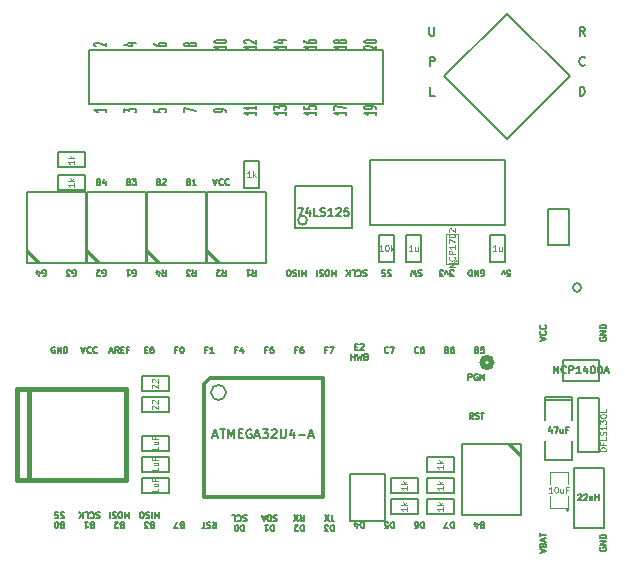
<source format=gto>
G04 (created by PCBNEW (2014-01-10 BZR 4027)-stable) date Thursday, November 27, 2014 'pmt' 01:46:01 pm*
%MOIN*%
G04 Gerber Fmt 3.4, Leading zero omitted, Abs format*
%FSLAX34Y34*%
G01*
G70*
G90*
G04 APERTURE LIST*
%ADD10C,0.00393701*%
%ADD11C,0.005*%
%ADD12C,0.0075*%
%ADD13C,0.02*%
%ADD14C,0.015*%
%ADD15C,0.012*%
%ADD16C,0.008*%
%ADD17C,0.00590551*%
%ADD18C,0.011811*%
%ADD19C,0.0031*%
%ADD20C,0.0039*%
%ADD21C,0.0045*%
%ADD22C,0.0043*%
G04 APERTURE END LIST*
G54D10*
G54D11*
X71430Y-39673D02*
X71402Y-39664D01*
X71392Y-39654D01*
X71383Y-39635D01*
X71383Y-39607D01*
X71392Y-39588D01*
X71402Y-39578D01*
X71421Y-39569D01*
X71497Y-39569D01*
X71497Y-39769D01*
X71430Y-39769D01*
X71411Y-39759D01*
X71402Y-39750D01*
X71392Y-39730D01*
X71392Y-39711D01*
X71402Y-39692D01*
X71411Y-39683D01*
X71430Y-39673D01*
X71497Y-39673D01*
X71259Y-39769D02*
X71240Y-39769D01*
X71221Y-39759D01*
X71211Y-39750D01*
X71202Y-39730D01*
X71192Y-39692D01*
X71192Y-39645D01*
X71202Y-39607D01*
X71211Y-39588D01*
X71221Y-39578D01*
X71240Y-39569D01*
X71259Y-39569D01*
X71278Y-39578D01*
X71288Y-39588D01*
X71297Y-39607D01*
X71307Y-39645D01*
X71307Y-39692D01*
X71297Y-39730D01*
X71288Y-39750D01*
X71278Y-39759D01*
X71259Y-39769D01*
X71502Y-39248D02*
X71473Y-39239D01*
X71426Y-39239D01*
X71407Y-39248D01*
X71397Y-39258D01*
X71388Y-39277D01*
X71388Y-39296D01*
X71397Y-39315D01*
X71407Y-39324D01*
X71426Y-39334D01*
X71464Y-39343D01*
X71483Y-39353D01*
X71492Y-39362D01*
X71502Y-39381D01*
X71502Y-39400D01*
X71492Y-39420D01*
X71483Y-39429D01*
X71464Y-39439D01*
X71416Y-39439D01*
X71388Y-39429D01*
X71311Y-39248D02*
X71283Y-39239D01*
X71235Y-39239D01*
X71216Y-39248D01*
X71207Y-39258D01*
X71197Y-39277D01*
X71197Y-39296D01*
X71207Y-39315D01*
X71216Y-39324D01*
X71235Y-39334D01*
X71273Y-39343D01*
X71292Y-39353D01*
X71302Y-39362D01*
X71311Y-39381D01*
X71311Y-39400D01*
X71302Y-39420D01*
X71292Y-39429D01*
X71273Y-39439D01*
X71226Y-39439D01*
X71197Y-39429D01*
X72430Y-39673D02*
X72402Y-39664D01*
X72392Y-39654D01*
X72383Y-39635D01*
X72383Y-39607D01*
X72392Y-39588D01*
X72402Y-39578D01*
X72421Y-39569D01*
X72497Y-39569D01*
X72497Y-39769D01*
X72430Y-39769D01*
X72411Y-39759D01*
X72402Y-39750D01*
X72392Y-39730D01*
X72392Y-39711D01*
X72402Y-39692D01*
X72411Y-39683D01*
X72430Y-39673D01*
X72497Y-39673D01*
X72192Y-39569D02*
X72307Y-39569D01*
X72250Y-39569D02*
X72250Y-39769D01*
X72269Y-39740D01*
X72288Y-39721D01*
X72307Y-39711D01*
X72688Y-39248D02*
X72659Y-39239D01*
X72611Y-39239D01*
X72592Y-39248D01*
X72583Y-39258D01*
X72573Y-39277D01*
X72573Y-39296D01*
X72583Y-39315D01*
X72592Y-39324D01*
X72611Y-39334D01*
X72650Y-39343D01*
X72669Y-39353D01*
X72678Y-39362D01*
X72688Y-39381D01*
X72688Y-39400D01*
X72678Y-39420D01*
X72669Y-39429D01*
X72650Y-39439D01*
X72602Y-39439D01*
X72573Y-39429D01*
X72373Y-39258D02*
X72383Y-39248D01*
X72411Y-39239D01*
X72430Y-39239D01*
X72459Y-39248D01*
X72478Y-39267D01*
X72488Y-39286D01*
X72497Y-39324D01*
X72497Y-39353D01*
X72488Y-39391D01*
X72478Y-39410D01*
X72459Y-39429D01*
X72430Y-39439D01*
X72411Y-39439D01*
X72383Y-39429D01*
X72373Y-39420D01*
X72192Y-39239D02*
X72288Y-39239D01*
X72288Y-39439D01*
X72126Y-39239D02*
X72126Y-39439D01*
X72011Y-39239D02*
X72097Y-39353D01*
X72011Y-39439D02*
X72126Y-39324D01*
X73430Y-39673D02*
X73402Y-39664D01*
X73392Y-39654D01*
X73383Y-39635D01*
X73383Y-39607D01*
X73392Y-39588D01*
X73402Y-39578D01*
X73421Y-39569D01*
X73497Y-39569D01*
X73497Y-39769D01*
X73430Y-39769D01*
X73411Y-39759D01*
X73402Y-39750D01*
X73392Y-39730D01*
X73392Y-39711D01*
X73402Y-39692D01*
X73411Y-39683D01*
X73430Y-39673D01*
X73497Y-39673D01*
X73307Y-39750D02*
X73297Y-39759D01*
X73278Y-39769D01*
X73230Y-39769D01*
X73211Y-39759D01*
X73202Y-39750D01*
X73192Y-39730D01*
X73192Y-39711D01*
X73202Y-39683D01*
X73316Y-39569D01*
X73192Y-39569D01*
X73664Y-39239D02*
X73664Y-39439D01*
X73597Y-39296D01*
X73530Y-39439D01*
X73530Y-39239D01*
X73397Y-39439D02*
X73359Y-39439D01*
X73340Y-39429D01*
X73321Y-39410D01*
X73311Y-39372D01*
X73311Y-39305D01*
X73321Y-39267D01*
X73340Y-39248D01*
X73359Y-39239D01*
X73397Y-39239D01*
X73416Y-39248D01*
X73435Y-39267D01*
X73445Y-39305D01*
X73445Y-39372D01*
X73435Y-39410D01*
X73416Y-39429D01*
X73397Y-39439D01*
X73235Y-39248D02*
X73207Y-39239D01*
X73159Y-39239D01*
X73140Y-39248D01*
X73130Y-39258D01*
X73121Y-39277D01*
X73121Y-39296D01*
X73130Y-39315D01*
X73140Y-39324D01*
X73159Y-39334D01*
X73197Y-39343D01*
X73216Y-39353D01*
X73226Y-39362D01*
X73235Y-39381D01*
X73235Y-39400D01*
X73226Y-39420D01*
X73216Y-39429D01*
X73197Y-39439D01*
X73150Y-39439D01*
X73121Y-39429D01*
X73035Y-39239D02*
X73035Y-39439D01*
X74430Y-39673D02*
X74402Y-39664D01*
X74392Y-39654D01*
X74383Y-39635D01*
X74383Y-39607D01*
X74392Y-39588D01*
X74402Y-39578D01*
X74421Y-39569D01*
X74497Y-39569D01*
X74497Y-39769D01*
X74430Y-39769D01*
X74411Y-39759D01*
X74402Y-39750D01*
X74392Y-39730D01*
X74392Y-39711D01*
X74402Y-39692D01*
X74411Y-39683D01*
X74430Y-39673D01*
X74497Y-39673D01*
X74316Y-39769D02*
X74192Y-39769D01*
X74259Y-39692D01*
X74230Y-39692D01*
X74211Y-39683D01*
X74202Y-39673D01*
X74192Y-39654D01*
X74192Y-39607D01*
X74202Y-39588D01*
X74211Y-39578D01*
X74230Y-39569D01*
X74288Y-39569D01*
X74307Y-39578D01*
X74316Y-39588D01*
X74664Y-39239D02*
X74664Y-39439D01*
X74597Y-39296D01*
X74530Y-39439D01*
X74530Y-39239D01*
X74435Y-39239D02*
X74435Y-39439D01*
X74350Y-39248D02*
X74321Y-39239D01*
X74273Y-39239D01*
X74254Y-39248D01*
X74245Y-39258D01*
X74235Y-39277D01*
X74235Y-39296D01*
X74245Y-39315D01*
X74254Y-39324D01*
X74273Y-39334D01*
X74311Y-39343D01*
X74330Y-39353D01*
X74340Y-39362D01*
X74350Y-39381D01*
X74350Y-39400D01*
X74340Y-39420D01*
X74330Y-39429D01*
X74311Y-39439D01*
X74264Y-39439D01*
X74235Y-39429D01*
X74111Y-39439D02*
X74073Y-39439D01*
X74054Y-39429D01*
X74035Y-39410D01*
X74026Y-39372D01*
X74026Y-39305D01*
X74035Y-39267D01*
X74054Y-39248D01*
X74073Y-39239D01*
X74111Y-39239D01*
X74130Y-39248D01*
X74150Y-39267D01*
X74159Y-39305D01*
X74159Y-39372D01*
X74150Y-39410D01*
X74130Y-39429D01*
X74111Y-39439D01*
X75430Y-39673D02*
X75402Y-39664D01*
X75392Y-39654D01*
X75383Y-39635D01*
X75383Y-39607D01*
X75392Y-39588D01*
X75402Y-39578D01*
X75421Y-39569D01*
X75497Y-39569D01*
X75497Y-39769D01*
X75430Y-39769D01*
X75411Y-39759D01*
X75402Y-39750D01*
X75392Y-39730D01*
X75392Y-39711D01*
X75402Y-39692D01*
X75411Y-39683D01*
X75430Y-39673D01*
X75497Y-39673D01*
X75316Y-39769D02*
X75183Y-39769D01*
X75269Y-39569D01*
X76459Y-39569D02*
X76526Y-39664D01*
X76573Y-39569D02*
X76573Y-39769D01*
X76497Y-39769D01*
X76478Y-39759D01*
X76469Y-39750D01*
X76459Y-39730D01*
X76459Y-39702D01*
X76469Y-39683D01*
X76478Y-39673D01*
X76497Y-39664D01*
X76573Y-39664D01*
X76383Y-39578D02*
X76354Y-39569D01*
X76307Y-39569D01*
X76288Y-39578D01*
X76278Y-39588D01*
X76269Y-39607D01*
X76269Y-39626D01*
X76278Y-39645D01*
X76288Y-39654D01*
X76307Y-39664D01*
X76345Y-39673D01*
X76364Y-39683D01*
X76373Y-39692D01*
X76383Y-39711D01*
X76383Y-39730D01*
X76373Y-39750D01*
X76364Y-39759D01*
X76345Y-39769D01*
X76297Y-39769D01*
X76269Y-39759D01*
X76211Y-39769D02*
X76097Y-39769D01*
X76154Y-39569D02*
X76154Y-39769D01*
X77497Y-39669D02*
X77497Y-39869D01*
X77450Y-39869D01*
X77421Y-39859D01*
X77402Y-39840D01*
X77392Y-39821D01*
X77383Y-39783D01*
X77383Y-39754D01*
X77392Y-39716D01*
X77402Y-39697D01*
X77421Y-39678D01*
X77450Y-39669D01*
X77497Y-39669D01*
X77259Y-39869D02*
X77240Y-39869D01*
X77221Y-39859D01*
X77211Y-39850D01*
X77202Y-39830D01*
X77192Y-39792D01*
X77192Y-39745D01*
X77202Y-39707D01*
X77211Y-39688D01*
X77221Y-39678D01*
X77240Y-39669D01*
X77259Y-39669D01*
X77278Y-39678D01*
X77288Y-39688D01*
X77297Y-39707D01*
X77307Y-39745D01*
X77307Y-39792D01*
X77297Y-39830D01*
X77288Y-39850D01*
X77278Y-39859D01*
X77259Y-39869D01*
X77588Y-39348D02*
X77559Y-39339D01*
X77511Y-39339D01*
X77492Y-39348D01*
X77483Y-39358D01*
X77473Y-39377D01*
X77473Y-39396D01*
X77483Y-39415D01*
X77492Y-39424D01*
X77511Y-39434D01*
X77550Y-39443D01*
X77569Y-39453D01*
X77578Y-39462D01*
X77588Y-39481D01*
X77588Y-39500D01*
X77578Y-39520D01*
X77569Y-39529D01*
X77550Y-39539D01*
X77502Y-39539D01*
X77473Y-39529D01*
X77273Y-39358D02*
X77283Y-39348D01*
X77311Y-39339D01*
X77330Y-39339D01*
X77359Y-39348D01*
X77378Y-39367D01*
X77388Y-39386D01*
X77397Y-39424D01*
X77397Y-39453D01*
X77388Y-39491D01*
X77378Y-39510D01*
X77359Y-39529D01*
X77330Y-39539D01*
X77311Y-39539D01*
X77283Y-39529D01*
X77273Y-39520D01*
X77092Y-39339D02*
X77188Y-39339D01*
X77188Y-39539D01*
X78497Y-39669D02*
X78497Y-39869D01*
X78450Y-39869D01*
X78421Y-39859D01*
X78402Y-39840D01*
X78392Y-39821D01*
X78383Y-39783D01*
X78383Y-39754D01*
X78392Y-39716D01*
X78402Y-39697D01*
X78421Y-39678D01*
X78450Y-39669D01*
X78497Y-39669D01*
X78192Y-39669D02*
X78307Y-39669D01*
X78250Y-39669D02*
X78250Y-39869D01*
X78269Y-39840D01*
X78288Y-39821D01*
X78307Y-39811D01*
X78592Y-39348D02*
X78564Y-39339D01*
X78516Y-39339D01*
X78497Y-39348D01*
X78488Y-39358D01*
X78478Y-39377D01*
X78478Y-39396D01*
X78488Y-39415D01*
X78497Y-39424D01*
X78516Y-39434D01*
X78554Y-39443D01*
X78573Y-39453D01*
X78583Y-39462D01*
X78592Y-39481D01*
X78592Y-39500D01*
X78583Y-39520D01*
X78573Y-39529D01*
X78554Y-39539D01*
X78507Y-39539D01*
X78478Y-39529D01*
X78392Y-39339D02*
X78392Y-39539D01*
X78345Y-39539D01*
X78316Y-39529D01*
X78297Y-39510D01*
X78288Y-39491D01*
X78278Y-39453D01*
X78278Y-39424D01*
X78288Y-39386D01*
X78297Y-39367D01*
X78316Y-39348D01*
X78345Y-39339D01*
X78392Y-39339D01*
X78202Y-39396D02*
X78107Y-39396D01*
X78221Y-39339D02*
X78154Y-39539D01*
X78088Y-39339D01*
X79497Y-39669D02*
X79497Y-39869D01*
X79450Y-39869D01*
X79421Y-39859D01*
X79402Y-39840D01*
X79392Y-39821D01*
X79383Y-39783D01*
X79383Y-39754D01*
X79392Y-39716D01*
X79402Y-39697D01*
X79421Y-39678D01*
X79450Y-39669D01*
X79497Y-39669D01*
X79307Y-39850D02*
X79297Y-39859D01*
X79278Y-39869D01*
X79230Y-39869D01*
X79211Y-39859D01*
X79202Y-39850D01*
X79192Y-39830D01*
X79192Y-39811D01*
X79202Y-39783D01*
X79316Y-39669D01*
X79192Y-39669D01*
X79383Y-39339D02*
X79450Y-39434D01*
X79497Y-39339D02*
X79497Y-39539D01*
X79421Y-39539D01*
X79402Y-39529D01*
X79392Y-39520D01*
X79383Y-39500D01*
X79383Y-39472D01*
X79392Y-39453D01*
X79402Y-39443D01*
X79421Y-39434D01*
X79497Y-39434D01*
X79316Y-39539D02*
X79183Y-39339D01*
X79183Y-39539D02*
X79316Y-39339D01*
X80497Y-39669D02*
X80497Y-39869D01*
X80450Y-39869D01*
X80421Y-39859D01*
X80402Y-39840D01*
X80392Y-39821D01*
X80383Y-39783D01*
X80383Y-39754D01*
X80392Y-39716D01*
X80402Y-39697D01*
X80421Y-39678D01*
X80450Y-39669D01*
X80497Y-39669D01*
X80316Y-39869D02*
X80192Y-39869D01*
X80259Y-39792D01*
X80230Y-39792D01*
X80211Y-39783D01*
X80202Y-39773D01*
X80192Y-39754D01*
X80192Y-39707D01*
X80202Y-39688D01*
X80211Y-39678D01*
X80230Y-39669D01*
X80288Y-39669D01*
X80307Y-39678D01*
X80316Y-39688D01*
X80502Y-39539D02*
X80388Y-39539D01*
X80445Y-39339D02*
X80445Y-39539D01*
X80340Y-39539D02*
X80207Y-39339D01*
X80207Y-39539D02*
X80340Y-39339D01*
X81497Y-39569D02*
X81497Y-39769D01*
X81450Y-39769D01*
X81421Y-39759D01*
X81402Y-39740D01*
X81392Y-39721D01*
X81383Y-39683D01*
X81383Y-39654D01*
X81392Y-39616D01*
X81402Y-39597D01*
X81421Y-39578D01*
X81450Y-39569D01*
X81497Y-39569D01*
X81211Y-39702D02*
X81211Y-39569D01*
X81259Y-39778D02*
X81307Y-39635D01*
X81183Y-39635D01*
X82497Y-39569D02*
X82497Y-39769D01*
X82450Y-39769D01*
X82421Y-39759D01*
X82402Y-39740D01*
X82392Y-39721D01*
X82383Y-39683D01*
X82383Y-39654D01*
X82392Y-39616D01*
X82402Y-39597D01*
X82421Y-39578D01*
X82450Y-39569D01*
X82497Y-39569D01*
X82202Y-39769D02*
X82297Y-39769D01*
X82307Y-39673D01*
X82297Y-39683D01*
X82278Y-39692D01*
X82230Y-39692D01*
X82211Y-39683D01*
X82202Y-39673D01*
X82192Y-39654D01*
X82192Y-39607D01*
X82202Y-39588D01*
X82211Y-39578D01*
X82230Y-39569D01*
X82278Y-39569D01*
X82297Y-39578D01*
X82307Y-39588D01*
X83497Y-39569D02*
X83497Y-39769D01*
X83450Y-39769D01*
X83421Y-39759D01*
X83402Y-39740D01*
X83392Y-39721D01*
X83383Y-39683D01*
X83383Y-39654D01*
X83392Y-39616D01*
X83402Y-39597D01*
X83421Y-39578D01*
X83450Y-39569D01*
X83497Y-39569D01*
X83211Y-39769D02*
X83250Y-39769D01*
X83269Y-39759D01*
X83278Y-39750D01*
X83297Y-39721D01*
X83307Y-39683D01*
X83307Y-39607D01*
X83297Y-39588D01*
X83288Y-39578D01*
X83269Y-39569D01*
X83230Y-39569D01*
X83211Y-39578D01*
X83202Y-39588D01*
X83192Y-39607D01*
X83192Y-39654D01*
X83202Y-39673D01*
X83211Y-39683D01*
X83230Y-39692D01*
X83269Y-39692D01*
X83288Y-39683D01*
X83297Y-39673D01*
X83307Y-39654D01*
X84497Y-39569D02*
X84497Y-39769D01*
X84450Y-39769D01*
X84421Y-39759D01*
X84402Y-39740D01*
X84392Y-39721D01*
X84383Y-39683D01*
X84383Y-39654D01*
X84392Y-39616D01*
X84402Y-39597D01*
X84421Y-39578D01*
X84450Y-39569D01*
X84497Y-39569D01*
X84316Y-39769D02*
X84183Y-39769D01*
X84269Y-39569D01*
X85430Y-39673D02*
X85402Y-39664D01*
X85392Y-39654D01*
X85383Y-39635D01*
X85383Y-39607D01*
X85392Y-39588D01*
X85402Y-39578D01*
X85421Y-39569D01*
X85497Y-39569D01*
X85497Y-39769D01*
X85430Y-39769D01*
X85411Y-39759D01*
X85402Y-39750D01*
X85392Y-39730D01*
X85392Y-39711D01*
X85402Y-39692D01*
X85411Y-39683D01*
X85430Y-39673D01*
X85497Y-39673D01*
X85211Y-39702D02*
X85211Y-39569D01*
X85259Y-39778D02*
X85307Y-39635D01*
X85183Y-39635D01*
X85269Y-33826D02*
X85297Y-33835D01*
X85307Y-33845D01*
X85316Y-33864D01*
X85316Y-33892D01*
X85307Y-33911D01*
X85297Y-33921D01*
X85278Y-33930D01*
X85202Y-33930D01*
X85202Y-33730D01*
X85269Y-33730D01*
X85288Y-33740D01*
X85297Y-33750D01*
X85307Y-33769D01*
X85307Y-33788D01*
X85297Y-33807D01*
X85288Y-33816D01*
X85269Y-33826D01*
X85202Y-33826D01*
X85497Y-33730D02*
X85402Y-33730D01*
X85392Y-33826D01*
X85402Y-33816D01*
X85421Y-33807D01*
X85469Y-33807D01*
X85488Y-33816D01*
X85497Y-33826D01*
X85507Y-33845D01*
X85507Y-33892D01*
X85497Y-33911D01*
X85488Y-33921D01*
X85469Y-33930D01*
X85421Y-33930D01*
X85402Y-33921D01*
X85392Y-33911D01*
X84269Y-33826D02*
X84297Y-33835D01*
X84307Y-33845D01*
X84316Y-33864D01*
X84316Y-33892D01*
X84307Y-33911D01*
X84297Y-33921D01*
X84278Y-33930D01*
X84202Y-33930D01*
X84202Y-33730D01*
X84269Y-33730D01*
X84288Y-33740D01*
X84297Y-33750D01*
X84307Y-33769D01*
X84307Y-33788D01*
X84297Y-33807D01*
X84288Y-33816D01*
X84269Y-33826D01*
X84202Y-33826D01*
X84488Y-33730D02*
X84450Y-33730D01*
X84430Y-33740D01*
X84421Y-33750D01*
X84402Y-33778D01*
X84392Y-33816D01*
X84392Y-33892D01*
X84402Y-33911D01*
X84411Y-33921D01*
X84430Y-33930D01*
X84469Y-33930D01*
X84488Y-33921D01*
X84497Y-33911D01*
X84507Y-33892D01*
X84507Y-33845D01*
X84497Y-33826D01*
X84488Y-33816D01*
X84469Y-33807D01*
X84430Y-33807D01*
X84411Y-33816D01*
X84402Y-33826D01*
X84392Y-33845D01*
X83316Y-33911D02*
X83307Y-33921D01*
X83278Y-33930D01*
X83259Y-33930D01*
X83230Y-33921D01*
X83211Y-33902D01*
X83202Y-33883D01*
X83192Y-33845D01*
X83192Y-33816D01*
X83202Y-33778D01*
X83211Y-33759D01*
X83230Y-33740D01*
X83259Y-33730D01*
X83278Y-33730D01*
X83307Y-33740D01*
X83316Y-33750D01*
X83488Y-33730D02*
X83450Y-33730D01*
X83430Y-33740D01*
X83421Y-33750D01*
X83402Y-33778D01*
X83392Y-33816D01*
X83392Y-33892D01*
X83402Y-33911D01*
X83411Y-33921D01*
X83430Y-33930D01*
X83469Y-33930D01*
X83488Y-33921D01*
X83497Y-33911D01*
X83507Y-33892D01*
X83507Y-33845D01*
X83497Y-33826D01*
X83488Y-33816D01*
X83469Y-33807D01*
X83430Y-33807D01*
X83411Y-33816D01*
X83402Y-33826D01*
X83392Y-33845D01*
X82316Y-33911D02*
X82307Y-33921D01*
X82278Y-33930D01*
X82259Y-33930D01*
X82230Y-33921D01*
X82211Y-33902D01*
X82202Y-33883D01*
X82192Y-33845D01*
X82192Y-33816D01*
X82202Y-33778D01*
X82211Y-33759D01*
X82230Y-33740D01*
X82259Y-33730D01*
X82278Y-33730D01*
X82307Y-33740D01*
X82316Y-33750D01*
X82383Y-33730D02*
X82516Y-33730D01*
X82430Y-33930D01*
X81211Y-33726D02*
X81278Y-33726D01*
X81307Y-33830D02*
X81211Y-33830D01*
X81211Y-33630D01*
X81307Y-33630D01*
X81383Y-33650D02*
X81392Y-33640D01*
X81411Y-33630D01*
X81459Y-33630D01*
X81478Y-33640D01*
X81488Y-33650D01*
X81497Y-33669D01*
X81497Y-33688D01*
X81488Y-33716D01*
X81373Y-33830D01*
X81497Y-33830D01*
X81078Y-34160D02*
X81078Y-33960D01*
X81078Y-34056D02*
X81192Y-34056D01*
X81192Y-34160D02*
X81192Y-33960D01*
X81269Y-33960D02*
X81316Y-34160D01*
X81354Y-34018D01*
X81392Y-34160D01*
X81440Y-33960D01*
X81583Y-34056D02*
X81611Y-34065D01*
X81621Y-34075D01*
X81630Y-34094D01*
X81630Y-34122D01*
X81621Y-34141D01*
X81611Y-34151D01*
X81592Y-34160D01*
X81516Y-34160D01*
X81516Y-33960D01*
X81583Y-33960D01*
X81602Y-33970D01*
X81611Y-33980D01*
X81621Y-33999D01*
X81621Y-34018D01*
X81611Y-34037D01*
X81602Y-34046D01*
X81583Y-34056D01*
X81516Y-34056D01*
X80283Y-33826D02*
X80216Y-33826D01*
X80216Y-33930D02*
X80216Y-33730D01*
X80311Y-33730D01*
X80369Y-33730D02*
X80502Y-33730D01*
X80416Y-33930D01*
X79283Y-33826D02*
X79216Y-33826D01*
X79216Y-33930D02*
X79216Y-33730D01*
X79311Y-33730D01*
X79473Y-33730D02*
X79435Y-33730D01*
X79416Y-33740D01*
X79407Y-33750D01*
X79388Y-33778D01*
X79378Y-33816D01*
X79378Y-33892D01*
X79388Y-33911D01*
X79397Y-33921D01*
X79416Y-33930D01*
X79454Y-33930D01*
X79473Y-33921D01*
X79483Y-33911D01*
X79492Y-33892D01*
X79492Y-33845D01*
X79483Y-33826D01*
X79473Y-33816D01*
X79454Y-33807D01*
X79416Y-33807D01*
X79397Y-33816D01*
X79388Y-33826D01*
X79378Y-33845D01*
X78283Y-33826D02*
X78216Y-33826D01*
X78216Y-33930D02*
X78216Y-33730D01*
X78311Y-33730D01*
X78483Y-33730D02*
X78388Y-33730D01*
X78378Y-33826D01*
X78388Y-33816D01*
X78407Y-33807D01*
X78454Y-33807D01*
X78473Y-33816D01*
X78483Y-33826D01*
X78492Y-33845D01*
X78492Y-33892D01*
X78483Y-33911D01*
X78473Y-33921D01*
X78454Y-33930D01*
X78407Y-33930D01*
X78388Y-33921D01*
X78378Y-33911D01*
X77283Y-33826D02*
X77216Y-33826D01*
X77216Y-33930D02*
X77216Y-33730D01*
X77311Y-33730D01*
X77473Y-33797D02*
X77473Y-33930D01*
X77426Y-33721D02*
X77378Y-33864D01*
X77502Y-33864D01*
X76283Y-33826D02*
X76216Y-33826D01*
X76216Y-33930D02*
X76216Y-33730D01*
X76311Y-33730D01*
X76492Y-33930D02*
X76378Y-33930D01*
X76435Y-33930D02*
X76435Y-33730D01*
X76416Y-33759D01*
X76397Y-33778D01*
X76378Y-33788D01*
X75283Y-33826D02*
X75216Y-33826D01*
X75216Y-33930D02*
X75216Y-33730D01*
X75311Y-33730D01*
X75426Y-33730D02*
X75445Y-33730D01*
X75464Y-33740D01*
X75473Y-33750D01*
X75483Y-33769D01*
X75492Y-33807D01*
X75492Y-33854D01*
X75483Y-33892D01*
X75473Y-33911D01*
X75464Y-33921D01*
X75445Y-33930D01*
X75426Y-33930D01*
X75407Y-33921D01*
X75397Y-33911D01*
X75388Y-33892D01*
X75378Y-33854D01*
X75378Y-33807D01*
X75388Y-33769D01*
X75397Y-33750D01*
X75407Y-33740D01*
X75426Y-33730D01*
X74211Y-33826D02*
X74278Y-33826D01*
X74307Y-33930D02*
X74211Y-33930D01*
X74211Y-33730D01*
X74307Y-33730D01*
X74478Y-33730D02*
X74440Y-33730D01*
X74421Y-33740D01*
X74411Y-33750D01*
X74392Y-33778D01*
X74383Y-33816D01*
X74383Y-33892D01*
X74392Y-33911D01*
X74402Y-33921D01*
X74421Y-33930D01*
X74459Y-33930D01*
X74478Y-33921D01*
X74488Y-33911D01*
X74497Y-33892D01*
X74497Y-33845D01*
X74488Y-33826D01*
X74478Y-33816D01*
X74459Y-33807D01*
X74421Y-33807D01*
X74402Y-33816D01*
X74392Y-33826D01*
X74383Y-33845D01*
X73026Y-33873D02*
X73121Y-33873D01*
X73007Y-33930D02*
X73073Y-33730D01*
X73140Y-33930D01*
X73321Y-33930D02*
X73254Y-33835D01*
X73207Y-33930D02*
X73207Y-33730D01*
X73283Y-33730D01*
X73302Y-33740D01*
X73311Y-33750D01*
X73321Y-33769D01*
X73321Y-33797D01*
X73311Y-33816D01*
X73302Y-33826D01*
X73283Y-33835D01*
X73207Y-33835D01*
X73407Y-33826D02*
X73473Y-33826D01*
X73502Y-33930D02*
X73407Y-33930D01*
X73407Y-33730D01*
X73502Y-33730D01*
X73654Y-33826D02*
X73588Y-33826D01*
X73588Y-33930D02*
X73588Y-33730D01*
X73683Y-33730D01*
X72083Y-33730D02*
X72150Y-33930D01*
X72216Y-33730D01*
X72397Y-33911D02*
X72388Y-33921D01*
X72359Y-33930D01*
X72340Y-33930D01*
X72311Y-33921D01*
X72292Y-33902D01*
X72283Y-33883D01*
X72273Y-33845D01*
X72273Y-33816D01*
X72283Y-33778D01*
X72292Y-33759D01*
X72311Y-33740D01*
X72340Y-33730D01*
X72359Y-33730D01*
X72388Y-33740D01*
X72397Y-33750D01*
X72597Y-33911D02*
X72588Y-33921D01*
X72559Y-33930D01*
X72540Y-33930D01*
X72511Y-33921D01*
X72492Y-33902D01*
X72483Y-33883D01*
X72473Y-33845D01*
X72473Y-33816D01*
X72483Y-33778D01*
X72492Y-33759D01*
X72511Y-33740D01*
X72540Y-33730D01*
X72559Y-33730D01*
X72588Y-33740D01*
X72597Y-33750D01*
X71197Y-33740D02*
X71178Y-33730D01*
X71150Y-33730D01*
X71121Y-33740D01*
X71102Y-33759D01*
X71092Y-33778D01*
X71083Y-33816D01*
X71083Y-33845D01*
X71092Y-33883D01*
X71102Y-33902D01*
X71121Y-33921D01*
X71150Y-33930D01*
X71169Y-33930D01*
X71197Y-33921D01*
X71207Y-33911D01*
X71207Y-33845D01*
X71169Y-33845D01*
X71292Y-33930D02*
X71292Y-33730D01*
X71407Y-33930D01*
X71407Y-33730D01*
X71502Y-33930D02*
X71502Y-33730D01*
X71550Y-33730D01*
X71578Y-33740D01*
X71597Y-33759D01*
X71607Y-33778D01*
X71616Y-33816D01*
X71616Y-33845D01*
X71607Y-33883D01*
X71597Y-33902D01*
X71578Y-33921D01*
X71550Y-33930D01*
X71502Y-33930D01*
X85140Y-36130D02*
X85073Y-36035D01*
X85026Y-36130D02*
X85026Y-35930D01*
X85102Y-35930D01*
X85121Y-35940D01*
X85130Y-35950D01*
X85140Y-35969D01*
X85140Y-35997D01*
X85130Y-36016D01*
X85121Y-36026D01*
X85102Y-36035D01*
X85026Y-36035D01*
X85216Y-36121D02*
X85245Y-36130D01*
X85292Y-36130D01*
X85311Y-36121D01*
X85321Y-36111D01*
X85330Y-36092D01*
X85330Y-36073D01*
X85321Y-36054D01*
X85311Y-36045D01*
X85292Y-36035D01*
X85254Y-36026D01*
X85235Y-36016D01*
X85226Y-36007D01*
X85216Y-35988D01*
X85216Y-35969D01*
X85226Y-35950D01*
X85235Y-35940D01*
X85254Y-35930D01*
X85302Y-35930D01*
X85330Y-35940D01*
X85388Y-35930D02*
X85502Y-35930D01*
X85445Y-36130D02*
X85445Y-35930D01*
X84983Y-34830D02*
X84983Y-34630D01*
X85059Y-34630D01*
X85078Y-34640D01*
X85088Y-34650D01*
X85097Y-34669D01*
X85097Y-34697D01*
X85088Y-34716D01*
X85078Y-34726D01*
X85059Y-34735D01*
X84983Y-34735D01*
X85288Y-34640D02*
X85269Y-34630D01*
X85240Y-34630D01*
X85211Y-34640D01*
X85192Y-34659D01*
X85183Y-34678D01*
X85173Y-34716D01*
X85173Y-34745D01*
X85183Y-34783D01*
X85192Y-34802D01*
X85211Y-34821D01*
X85240Y-34830D01*
X85259Y-34830D01*
X85288Y-34821D01*
X85297Y-34811D01*
X85297Y-34745D01*
X85259Y-34745D01*
X85383Y-34830D02*
X85383Y-34630D01*
X85450Y-34773D01*
X85516Y-34630D01*
X85516Y-34830D01*
G54D12*
X88857Y-24327D02*
X88843Y-24342D01*
X88800Y-24356D01*
X88772Y-24356D01*
X88729Y-24342D01*
X88700Y-24313D01*
X88686Y-24285D01*
X88672Y-24227D01*
X88672Y-24185D01*
X88686Y-24127D01*
X88700Y-24099D01*
X88729Y-24070D01*
X88772Y-24056D01*
X88800Y-24056D01*
X88843Y-24070D01*
X88857Y-24085D01*
X88686Y-25356D02*
X88686Y-25056D01*
X88757Y-25056D01*
X88800Y-25070D01*
X88829Y-25099D01*
X88843Y-25127D01*
X88857Y-25185D01*
X88857Y-25227D01*
X88843Y-25285D01*
X88829Y-25313D01*
X88800Y-25342D01*
X88757Y-25356D01*
X88686Y-25356D01*
X88857Y-23356D02*
X88757Y-23213D01*
X88686Y-23356D02*
X88686Y-23056D01*
X88800Y-23056D01*
X88829Y-23070D01*
X88843Y-23085D01*
X88857Y-23113D01*
X88857Y-23156D01*
X88843Y-23185D01*
X88829Y-23199D01*
X88800Y-23213D01*
X88686Y-23213D01*
X83857Y-25356D02*
X83715Y-25356D01*
X83715Y-25056D01*
X83686Y-24356D02*
X83686Y-24056D01*
X83800Y-24056D01*
X83829Y-24070D01*
X83843Y-24085D01*
X83857Y-24113D01*
X83857Y-24156D01*
X83843Y-24185D01*
X83829Y-24199D01*
X83800Y-24213D01*
X83686Y-24213D01*
X83679Y-23056D02*
X83679Y-23299D01*
X83693Y-23327D01*
X83707Y-23342D01*
X83736Y-23356D01*
X83793Y-23356D01*
X83822Y-23342D01*
X83836Y-23327D01*
X83850Y-23299D01*
X83850Y-23056D01*
G54D11*
X80564Y-31174D02*
X80564Y-31374D01*
X80497Y-31231D01*
X80430Y-31374D01*
X80430Y-31174D01*
X80297Y-31374D02*
X80259Y-31374D01*
X80240Y-31364D01*
X80221Y-31345D01*
X80211Y-31307D01*
X80211Y-31240D01*
X80221Y-31202D01*
X80240Y-31183D01*
X80259Y-31174D01*
X80297Y-31174D01*
X80316Y-31183D01*
X80335Y-31202D01*
X80345Y-31240D01*
X80345Y-31307D01*
X80335Y-31345D01*
X80316Y-31364D01*
X80297Y-31374D01*
X80135Y-31183D02*
X80107Y-31174D01*
X80059Y-31174D01*
X80040Y-31183D01*
X80030Y-31193D01*
X80021Y-31212D01*
X80021Y-31231D01*
X80030Y-31250D01*
X80040Y-31259D01*
X80059Y-31269D01*
X80097Y-31278D01*
X80116Y-31288D01*
X80126Y-31297D01*
X80135Y-31316D01*
X80135Y-31335D01*
X80126Y-31355D01*
X80116Y-31364D01*
X80097Y-31374D01*
X80050Y-31374D01*
X80021Y-31364D01*
X79935Y-31174D02*
X79935Y-31374D01*
X82402Y-31183D02*
X82373Y-31174D01*
X82326Y-31174D01*
X82307Y-31183D01*
X82297Y-31193D01*
X82288Y-31212D01*
X82288Y-31231D01*
X82297Y-31250D01*
X82307Y-31259D01*
X82326Y-31269D01*
X82364Y-31278D01*
X82383Y-31288D01*
X82392Y-31297D01*
X82402Y-31316D01*
X82402Y-31335D01*
X82392Y-31355D01*
X82383Y-31364D01*
X82364Y-31374D01*
X82316Y-31374D01*
X82288Y-31364D01*
X82211Y-31183D02*
X82183Y-31174D01*
X82135Y-31174D01*
X82116Y-31183D01*
X82107Y-31193D01*
X82097Y-31212D01*
X82097Y-31231D01*
X82107Y-31250D01*
X82116Y-31259D01*
X82135Y-31269D01*
X82173Y-31278D01*
X82192Y-31288D01*
X82202Y-31297D01*
X82211Y-31316D01*
X82211Y-31335D01*
X82202Y-31355D01*
X82192Y-31364D01*
X82173Y-31374D01*
X82126Y-31374D01*
X82097Y-31364D01*
X81588Y-31183D02*
X81559Y-31174D01*
X81511Y-31174D01*
X81492Y-31183D01*
X81483Y-31193D01*
X81473Y-31212D01*
X81473Y-31231D01*
X81483Y-31250D01*
X81492Y-31259D01*
X81511Y-31269D01*
X81550Y-31278D01*
X81569Y-31288D01*
X81578Y-31297D01*
X81588Y-31316D01*
X81588Y-31335D01*
X81578Y-31355D01*
X81569Y-31364D01*
X81550Y-31374D01*
X81502Y-31374D01*
X81473Y-31364D01*
X81273Y-31193D02*
X81283Y-31183D01*
X81311Y-31174D01*
X81330Y-31174D01*
X81359Y-31183D01*
X81378Y-31202D01*
X81388Y-31221D01*
X81397Y-31259D01*
X81397Y-31288D01*
X81388Y-31326D01*
X81378Y-31345D01*
X81359Y-31364D01*
X81330Y-31374D01*
X81311Y-31374D01*
X81283Y-31364D01*
X81273Y-31355D01*
X81092Y-31174D02*
X81188Y-31174D01*
X81188Y-31374D01*
X81026Y-31174D02*
X81026Y-31374D01*
X80911Y-31174D02*
X80997Y-31288D01*
X80911Y-31374D02*
X81026Y-31259D01*
X79564Y-31174D02*
X79564Y-31374D01*
X79497Y-31231D01*
X79430Y-31374D01*
X79430Y-31174D01*
X79335Y-31174D02*
X79335Y-31374D01*
X79250Y-31183D02*
X79221Y-31174D01*
X79173Y-31174D01*
X79154Y-31183D01*
X79145Y-31193D01*
X79135Y-31212D01*
X79135Y-31231D01*
X79145Y-31250D01*
X79154Y-31259D01*
X79173Y-31269D01*
X79211Y-31278D01*
X79230Y-31288D01*
X79240Y-31297D01*
X79250Y-31316D01*
X79250Y-31335D01*
X79240Y-31355D01*
X79230Y-31364D01*
X79211Y-31374D01*
X79164Y-31374D01*
X79135Y-31364D01*
X79011Y-31374D02*
X78973Y-31374D01*
X78954Y-31364D01*
X78935Y-31345D01*
X78926Y-31307D01*
X78926Y-31240D01*
X78935Y-31202D01*
X78954Y-31183D01*
X78973Y-31174D01*
X79011Y-31174D01*
X79030Y-31183D01*
X79050Y-31202D01*
X79059Y-31240D01*
X79059Y-31307D01*
X79050Y-31345D01*
X79030Y-31364D01*
X79011Y-31374D01*
X86278Y-31374D02*
X86373Y-31374D01*
X86383Y-31278D01*
X86373Y-31288D01*
X86354Y-31297D01*
X86307Y-31297D01*
X86288Y-31288D01*
X86278Y-31278D01*
X86269Y-31259D01*
X86269Y-31212D01*
X86278Y-31193D01*
X86288Y-31183D01*
X86307Y-31174D01*
X86354Y-31174D01*
X86373Y-31183D01*
X86383Y-31193D01*
X86202Y-31307D02*
X86154Y-31174D01*
X86107Y-31307D01*
X85402Y-31364D02*
X85421Y-31374D01*
X85450Y-31374D01*
X85478Y-31364D01*
X85497Y-31345D01*
X85507Y-31326D01*
X85516Y-31288D01*
X85516Y-31259D01*
X85507Y-31221D01*
X85497Y-31202D01*
X85478Y-31183D01*
X85450Y-31174D01*
X85430Y-31174D01*
X85402Y-31183D01*
X85392Y-31193D01*
X85392Y-31259D01*
X85430Y-31259D01*
X85307Y-31174D02*
X85307Y-31374D01*
X85192Y-31174D01*
X85192Y-31374D01*
X85097Y-31174D02*
X85097Y-31374D01*
X85050Y-31374D01*
X85021Y-31364D01*
X85002Y-31345D01*
X84992Y-31326D01*
X84983Y-31288D01*
X84983Y-31259D01*
X84992Y-31221D01*
X85002Y-31202D01*
X85021Y-31183D01*
X85050Y-31174D01*
X85097Y-31174D01*
X83421Y-31183D02*
X83392Y-31174D01*
X83345Y-31174D01*
X83326Y-31183D01*
X83316Y-31193D01*
X83307Y-31212D01*
X83307Y-31231D01*
X83316Y-31250D01*
X83326Y-31259D01*
X83345Y-31269D01*
X83383Y-31278D01*
X83402Y-31288D01*
X83411Y-31297D01*
X83421Y-31316D01*
X83421Y-31335D01*
X83411Y-31355D01*
X83402Y-31364D01*
X83383Y-31374D01*
X83335Y-31374D01*
X83307Y-31364D01*
X83240Y-31374D02*
X83192Y-31174D01*
X83154Y-31316D01*
X83116Y-31174D01*
X83069Y-31374D01*
X84488Y-31374D02*
X84364Y-31374D01*
X84430Y-31297D01*
X84402Y-31297D01*
X84383Y-31288D01*
X84373Y-31278D01*
X84364Y-31259D01*
X84364Y-31212D01*
X84373Y-31193D01*
X84383Y-31183D01*
X84402Y-31174D01*
X84459Y-31174D01*
X84478Y-31183D01*
X84488Y-31193D01*
X84297Y-31307D02*
X84250Y-31174D01*
X84202Y-31307D01*
X84145Y-31374D02*
X84021Y-31374D01*
X84088Y-31297D01*
X84059Y-31297D01*
X84040Y-31288D01*
X84030Y-31278D01*
X84021Y-31259D01*
X84021Y-31212D01*
X84030Y-31193D01*
X84040Y-31183D01*
X84059Y-31174D01*
X84116Y-31174D01*
X84135Y-31183D01*
X84145Y-31193D01*
X76483Y-28130D02*
X76550Y-28330D01*
X76616Y-28130D01*
X76797Y-28311D02*
X76788Y-28321D01*
X76759Y-28330D01*
X76740Y-28330D01*
X76711Y-28321D01*
X76692Y-28302D01*
X76683Y-28283D01*
X76673Y-28245D01*
X76673Y-28216D01*
X76683Y-28178D01*
X76692Y-28159D01*
X76711Y-28140D01*
X76740Y-28130D01*
X76759Y-28130D01*
X76788Y-28140D01*
X76797Y-28150D01*
X76997Y-28311D02*
X76988Y-28321D01*
X76959Y-28330D01*
X76940Y-28330D01*
X76911Y-28321D01*
X76892Y-28302D01*
X76883Y-28283D01*
X76873Y-28245D01*
X76873Y-28216D01*
X76883Y-28178D01*
X76892Y-28159D01*
X76911Y-28140D01*
X76940Y-28130D01*
X76959Y-28130D01*
X76988Y-28140D01*
X76997Y-28150D01*
X75669Y-28226D02*
X75697Y-28235D01*
X75707Y-28245D01*
X75716Y-28264D01*
X75716Y-28292D01*
X75707Y-28311D01*
X75697Y-28321D01*
X75678Y-28330D01*
X75602Y-28330D01*
X75602Y-28130D01*
X75669Y-28130D01*
X75688Y-28140D01*
X75697Y-28150D01*
X75707Y-28169D01*
X75707Y-28188D01*
X75697Y-28207D01*
X75688Y-28216D01*
X75669Y-28226D01*
X75602Y-28226D01*
X75907Y-28330D02*
X75792Y-28330D01*
X75850Y-28330D02*
X75850Y-28130D01*
X75830Y-28159D01*
X75811Y-28178D01*
X75792Y-28188D01*
X74669Y-28226D02*
X74697Y-28235D01*
X74707Y-28245D01*
X74716Y-28264D01*
X74716Y-28292D01*
X74707Y-28311D01*
X74697Y-28321D01*
X74678Y-28330D01*
X74602Y-28330D01*
X74602Y-28130D01*
X74669Y-28130D01*
X74688Y-28140D01*
X74697Y-28150D01*
X74707Y-28169D01*
X74707Y-28188D01*
X74697Y-28207D01*
X74688Y-28216D01*
X74669Y-28226D01*
X74602Y-28226D01*
X74792Y-28150D02*
X74802Y-28140D01*
X74821Y-28130D01*
X74869Y-28130D01*
X74888Y-28140D01*
X74897Y-28150D01*
X74907Y-28169D01*
X74907Y-28188D01*
X74897Y-28216D01*
X74783Y-28330D01*
X74907Y-28330D01*
X73669Y-28226D02*
X73697Y-28235D01*
X73707Y-28245D01*
X73716Y-28264D01*
X73716Y-28292D01*
X73707Y-28311D01*
X73697Y-28321D01*
X73678Y-28330D01*
X73602Y-28330D01*
X73602Y-28130D01*
X73669Y-28130D01*
X73688Y-28140D01*
X73697Y-28150D01*
X73707Y-28169D01*
X73707Y-28188D01*
X73697Y-28207D01*
X73688Y-28216D01*
X73669Y-28226D01*
X73602Y-28226D01*
X73783Y-28130D02*
X73907Y-28130D01*
X73840Y-28207D01*
X73869Y-28207D01*
X73888Y-28216D01*
X73897Y-28226D01*
X73907Y-28245D01*
X73907Y-28292D01*
X73897Y-28311D01*
X73888Y-28321D01*
X73869Y-28330D01*
X73811Y-28330D01*
X73792Y-28321D01*
X73783Y-28311D01*
X72669Y-28226D02*
X72697Y-28235D01*
X72707Y-28245D01*
X72716Y-28264D01*
X72716Y-28292D01*
X72707Y-28311D01*
X72697Y-28321D01*
X72678Y-28330D01*
X72602Y-28330D01*
X72602Y-28130D01*
X72669Y-28130D01*
X72688Y-28140D01*
X72697Y-28150D01*
X72707Y-28169D01*
X72707Y-28188D01*
X72697Y-28207D01*
X72688Y-28216D01*
X72669Y-28226D01*
X72602Y-28226D01*
X72888Y-28197D02*
X72888Y-28330D01*
X72840Y-28121D02*
X72792Y-28264D01*
X72916Y-28264D01*
X70792Y-31359D02*
X70811Y-31369D01*
X70840Y-31369D01*
X70869Y-31359D01*
X70888Y-31340D01*
X70897Y-31321D01*
X70907Y-31283D01*
X70907Y-31254D01*
X70897Y-31216D01*
X70888Y-31197D01*
X70869Y-31178D01*
X70840Y-31169D01*
X70821Y-31169D01*
X70792Y-31178D01*
X70783Y-31188D01*
X70783Y-31254D01*
X70821Y-31254D01*
X70611Y-31302D02*
X70611Y-31169D01*
X70659Y-31378D02*
X70707Y-31235D01*
X70583Y-31235D01*
X71792Y-31359D02*
X71811Y-31369D01*
X71840Y-31369D01*
X71869Y-31359D01*
X71888Y-31340D01*
X71897Y-31321D01*
X71907Y-31283D01*
X71907Y-31254D01*
X71897Y-31216D01*
X71888Y-31197D01*
X71869Y-31178D01*
X71840Y-31169D01*
X71821Y-31169D01*
X71792Y-31178D01*
X71783Y-31188D01*
X71783Y-31254D01*
X71821Y-31254D01*
X71716Y-31369D02*
X71592Y-31369D01*
X71659Y-31292D01*
X71630Y-31292D01*
X71611Y-31283D01*
X71602Y-31273D01*
X71592Y-31254D01*
X71592Y-31207D01*
X71602Y-31188D01*
X71611Y-31178D01*
X71630Y-31169D01*
X71688Y-31169D01*
X71707Y-31178D01*
X71716Y-31188D01*
X72792Y-31359D02*
X72811Y-31369D01*
X72840Y-31369D01*
X72869Y-31359D01*
X72888Y-31340D01*
X72897Y-31321D01*
X72907Y-31283D01*
X72907Y-31254D01*
X72897Y-31216D01*
X72888Y-31197D01*
X72869Y-31178D01*
X72840Y-31169D01*
X72821Y-31169D01*
X72792Y-31178D01*
X72783Y-31188D01*
X72783Y-31254D01*
X72821Y-31254D01*
X72707Y-31350D02*
X72697Y-31359D01*
X72678Y-31369D01*
X72630Y-31369D01*
X72611Y-31359D01*
X72602Y-31350D01*
X72592Y-31330D01*
X72592Y-31311D01*
X72602Y-31283D01*
X72716Y-31169D01*
X72592Y-31169D01*
X73792Y-31359D02*
X73811Y-31369D01*
X73840Y-31369D01*
X73869Y-31359D01*
X73888Y-31340D01*
X73897Y-31321D01*
X73907Y-31283D01*
X73907Y-31254D01*
X73897Y-31216D01*
X73888Y-31197D01*
X73869Y-31178D01*
X73840Y-31169D01*
X73821Y-31169D01*
X73792Y-31178D01*
X73783Y-31188D01*
X73783Y-31254D01*
X73821Y-31254D01*
X73592Y-31169D02*
X73707Y-31169D01*
X73650Y-31169D02*
X73650Y-31369D01*
X73669Y-31340D01*
X73688Y-31321D01*
X73707Y-31311D01*
X74783Y-31169D02*
X74850Y-31264D01*
X74897Y-31169D02*
X74897Y-31369D01*
X74821Y-31369D01*
X74802Y-31359D01*
X74792Y-31350D01*
X74783Y-31330D01*
X74783Y-31302D01*
X74792Y-31283D01*
X74802Y-31273D01*
X74821Y-31264D01*
X74897Y-31264D01*
X74611Y-31302D02*
X74611Y-31169D01*
X74659Y-31378D02*
X74707Y-31235D01*
X74583Y-31235D01*
X75783Y-31169D02*
X75850Y-31264D01*
X75897Y-31169D02*
X75897Y-31369D01*
X75821Y-31369D01*
X75802Y-31359D01*
X75792Y-31350D01*
X75783Y-31330D01*
X75783Y-31302D01*
X75792Y-31283D01*
X75802Y-31273D01*
X75821Y-31264D01*
X75897Y-31264D01*
X75716Y-31369D02*
X75592Y-31369D01*
X75659Y-31292D01*
X75630Y-31292D01*
X75611Y-31283D01*
X75602Y-31273D01*
X75592Y-31254D01*
X75592Y-31207D01*
X75602Y-31188D01*
X75611Y-31178D01*
X75630Y-31169D01*
X75688Y-31169D01*
X75707Y-31178D01*
X75716Y-31188D01*
X76783Y-31169D02*
X76850Y-31264D01*
X76897Y-31169D02*
X76897Y-31369D01*
X76821Y-31369D01*
X76802Y-31359D01*
X76792Y-31350D01*
X76783Y-31330D01*
X76783Y-31302D01*
X76792Y-31283D01*
X76802Y-31273D01*
X76821Y-31264D01*
X76897Y-31264D01*
X76707Y-31350D02*
X76697Y-31359D01*
X76678Y-31369D01*
X76630Y-31369D01*
X76611Y-31359D01*
X76602Y-31350D01*
X76592Y-31330D01*
X76592Y-31311D01*
X76602Y-31283D01*
X76716Y-31169D01*
X76592Y-31169D01*
X77783Y-31169D02*
X77850Y-31264D01*
X77897Y-31169D02*
X77897Y-31369D01*
X77821Y-31369D01*
X77802Y-31359D01*
X77792Y-31350D01*
X77783Y-31330D01*
X77783Y-31302D01*
X77792Y-31283D01*
X77802Y-31273D01*
X77821Y-31264D01*
X77897Y-31264D01*
X77592Y-31169D02*
X77707Y-31169D01*
X77650Y-31169D02*
X77650Y-31369D01*
X77669Y-31340D01*
X77688Y-31321D01*
X77707Y-31311D01*
X87368Y-33529D02*
X87568Y-33462D01*
X87368Y-33395D01*
X87549Y-33214D02*
X87558Y-33224D01*
X87568Y-33252D01*
X87568Y-33272D01*
X87558Y-33300D01*
X87539Y-33319D01*
X87520Y-33329D01*
X87482Y-33338D01*
X87454Y-33338D01*
X87416Y-33329D01*
X87397Y-33319D01*
X87377Y-33300D01*
X87368Y-33272D01*
X87368Y-33252D01*
X87377Y-33224D01*
X87387Y-33214D01*
X87549Y-33014D02*
X87558Y-33024D01*
X87568Y-33052D01*
X87568Y-33072D01*
X87558Y-33100D01*
X87539Y-33119D01*
X87520Y-33129D01*
X87482Y-33138D01*
X87454Y-33138D01*
X87416Y-33129D01*
X87397Y-33119D01*
X87377Y-33100D01*
X87368Y-33072D01*
X87368Y-33052D01*
X87377Y-33024D01*
X87387Y-33014D01*
X89377Y-33414D02*
X89368Y-33433D01*
X89368Y-33462D01*
X89377Y-33491D01*
X89397Y-33510D01*
X89416Y-33519D01*
X89454Y-33529D01*
X89482Y-33529D01*
X89520Y-33519D01*
X89539Y-33510D01*
X89558Y-33491D01*
X89568Y-33462D01*
X89568Y-33443D01*
X89558Y-33414D01*
X89549Y-33405D01*
X89482Y-33405D01*
X89482Y-33443D01*
X89568Y-33319D02*
X89368Y-33319D01*
X89568Y-33205D01*
X89368Y-33205D01*
X89568Y-33110D02*
X89368Y-33110D01*
X89368Y-33062D01*
X89377Y-33033D01*
X89397Y-33014D01*
X89416Y-33005D01*
X89454Y-32995D01*
X89482Y-32995D01*
X89520Y-33005D01*
X89539Y-33014D01*
X89558Y-33033D01*
X89568Y-33062D01*
X89568Y-33110D01*
X89377Y-40414D02*
X89368Y-40433D01*
X89368Y-40462D01*
X89377Y-40491D01*
X89397Y-40510D01*
X89416Y-40519D01*
X89454Y-40529D01*
X89482Y-40529D01*
X89520Y-40519D01*
X89539Y-40510D01*
X89558Y-40491D01*
X89568Y-40462D01*
X89568Y-40443D01*
X89558Y-40414D01*
X89549Y-40405D01*
X89482Y-40405D01*
X89482Y-40443D01*
X89568Y-40319D02*
X89368Y-40319D01*
X89568Y-40205D01*
X89368Y-40205D01*
X89568Y-40110D02*
X89368Y-40110D01*
X89368Y-40062D01*
X89377Y-40033D01*
X89397Y-40014D01*
X89416Y-40005D01*
X89454Y-39995D01*
X89482Y-39995D01*
X89520Y-40005D01*
X89539Y-40014D01*
X89558Y-40033D01*
X89568Y-40062D01*
X89568Y-40110D01*
X87368Y-40591D02*
X87568Y-40524D01*
X87368Y-40457D01*
X87463Y-40324D02*
X87473Y-40295D01*
X87482Y-40286D01*
X87501Y-40276D01*
X87530Y-40276D01*
X87549Y-40286D01*
X87558Y-40295D01*
X87568Y-40314D01*
X87568Y-40391D01*
X87368Y-40391D01*
X87368Y-40324D01*
X87377Y-40305D01*
X87387Y-40295D01*
X87406Y-40286D01*
X87425Y-40286D01*
X87444Y-40295D01*
X87454Y-40305D01*
X87463Y-40324D01*
X87463Y-40391D01*
X87511Y-40200D02*
X87511Y-40105D01*
X87568Y-40219D02*
X87368Y-40152D01*
X87568Y-40086D01*
X87368Y-40048D02*
X87368Y-39933D01*
X87568Y-39991D02*
X87368Y-39991D01*
X81909Y-25888D02*
X81909Y-26002D01*
X81909Y-25945D02*
X81515Y-25945D01*
X81571Y-25964D01*
X81609Y-25983D01*
X81628Y-26002D01*
X81909Y-25792D02*
X81909Y-25754D01*
X81890Y-25735D01*
X81871Y-25726D01*
X81815Y-25707D01*
X81740Y-25697D01*
X81590Y-25697D01*
X81553Y-25707D01*
X81534Y-25716D01*
X81515Y-25735D01*
X81515Y-25773D01*
X81534Y-25792D01*
X81553Y-25802D01*
X81590Y-25811D01*
X81684Y-25811D01*
X81721Y-25802D01*
X81740Y-25792D01*
X81759Y-25773D01*
X81759Y-25735D01*
X81740Y-25716D01*
X81721Y-25707D01*
X81684Y-25697D01*
X80909Y-25888D02*
X80909Y-26002D01*
X80909Y-25945D02*
X80515Y-25945D01*
X80571Y-25964D01*
X80609Y-25983D01*
X80628Y-26002D01*
X80515Y-25821D02*
X80515Y-25688D01*
X80909Y-25773D01*
X79909Y-25888D02*
X79909Y-26002D01*
X79909Y-25945D02*
X79515Y-25945D01*
X79571Y-25964D01*
X79609Y-25983D01*
X79628Y-26002D01*
X79515Y-25707D02*
X79515Y-25802D01*
X79703Y-25811D01*
X79684Y-25802D01*
X79665Y-25783D01*
X79665Y-25735D01*
X79684Y-25716D01*
X79703Y-25707D01*
X79740Y-25697D01*
X79834Y-25697D01*
X79871Y-25707D01*
X79890Y-25716D01*
X79909Y-25735D01*
X79909Y-25783D01*
X79890Y-25802D01*
X79871Y-25811D01*
X78909Y-25888D02*
X78909Y-26002D01*
X78909Y-25945D02*
X78515Y-25945D01*
X78571Y-25964D01*
X78609Y-25983D01*
X78628Y-26002D01*
X78515Y-25821D02*
X78515Y-25697D01*
X78665Y-25764D01*
X78665Y-25735D01*
X78684Y-25716D01*
X78703Y-25707D01*
X78740Y-25697D01*
X78834Y-25697D01*
X78871Y-25707D01*
X78890Y-25716D01*
X78909Y-25735D01*
X78909Y-25792D01*
X78890Y-25811D01*
X78871Y-25821D01*
X77909Y-25888D02*
X77909Y-26002D01*
X77909Y-25945D02*
X77515Y-25945D01*
X77571Y-25964D01*
X77609Y-25983D01*
X77628Y-26002D01*
X77909Y-25697D02*
X77909Y-25811D01*
X77909Y-25754D02*
X77515Y-25754D01*
X77571Y-25773D01*
X77609Y-25792D01*
X77628Y-25811D01*
X76909Y-25888D02*
X76909Y-25850D01*
X76890Y-25830D01*
X76871Y-25821D01*
X76815Y-25802D01*
X76740Y-25792D01*
X76590Y-25792D01*
X76553Y-25802D01*
X76534Y-25811D01*
X76515Y-25830D01*
X76515Y-25869D01*
X76534Y-25888D01*
X76553Y-25897D01*
X76590Y-25907D01*
X76684Y-25907D01*
X76721Y-25897D01*
X76740Y-25888D01*
X76759Y-25869D01*
X76759Y-25830D01*
X76740Y-25811D01*
X76721Y-25802D01*
X76684Y-25792D01*
X81553Y-23802D02*
X81534Y-23792D01*
X81515Y-23773D01*
X81515Y-23726D01*
X81534Y-23707D01*
X81553Y-23697D01*
X81590Y-23688D01*
X81628Y-23688D01*
X81684Y-23697D01*
X81909Y-23811D01*
X81909Y-23688D01*
X81515Y-23564D02*
X81515Y-23545D01*
X81534Y-23526D01*
X81553Y-23516D01*
X81590Y-23507D01*
X81665Y-23497D01*
X81759Y-23497D01*
X81834Y-23507D01*
X81871Y-23516D01*
X81890Y-23526D01*
X81909Y-23545D01*
X81909Y-23564D01*
X81890Y-23583D01*
X81871Y-23592D01*
X81834Y-23602D01*
X81759Y-23611D01*
X81665Y-23611D01*
X81590Y-23602D01*
X81553Y-23592D01*
X81534Y-23583D01*
X81515Y-23564D01*
X80909Y-23688D02*
X80909Y-23802D01*
X80909Y-23745D02*
X80515Y-23745D01*
X80571Y-23764D01*
X80609Y-23783D01*
X80628Y-23802D01*
X80684Y-23573D02*
X80665Y-23592D01*
X80646Y-23602D01*
X80609Y-23611D01*
X80590Y-23611D01*
X80553Y-23602D01*
X80534Y-23592D01*
X80515Y-23573D01*
X80515Y-23535D01*
X80534Y-23516D01*
X80553Y-23507D01*
X80590Y-23497D01*
X80609Y-23497D01*
X80646Y-23507D01*
X80665Y-23516D01*
X80684Y-23535D01*
X80684Y-23573D01*
X80703Y-23592D01*
X80721Y-23602D01*
X80759Y-23611D01*
X80834Y-23611D01*
X80871Y-23602D01*
X80890Y-23592D01*
X80909Y-23573D01*
X80909Y-23535D01*
X80890Y-23516D01*
X80871Y-23507D01*
X80834Y-23497D01*
X80759Y-23497D01*
X80721Y-23507D01*
X80703Y-23516D01*
X80684Y-23535D01*
X79909Y-23688D02*
X79909Y-23802D01*
X79909Y-23745D02*
X79515Y-23745D01*
X79571Y-23764D01*
X79609Y-23783D01*
X79628Y-23802D01*
X79515Y-23516D02*
X79515Y-23554D01*
X79534Y-23573D01*
X79553Y-23583D01*
X79609Y-23602D01*
X79684Y-23611D01*
X79834Y-23611D01*
X79871Y-23602D01*
X79890Y-23592D01*
X79909Y-23573D01*
X79909Y-23535D01*
X79890Y-23516D01*
X79871Y-23507D01*
X79834Y-23497D01*
X79740Y-23497D01*
X79703Y-23507D01*
X79684Y-23516D01*
X79665Y-23535D01*
X79665Y-23573D01*
X79684Y-23592D01*
X79703Y-23602D01*
X79740Y-23611D01*
X78909Y-23688D02*
X78909Y-23802D01*
X78909Y-23745D02*
X78515Y-23745D01*
X78571Y-23764D01*
X78609Y-23783D01*
X78628Y-23802D01*
X78646Y-23516D02*
X78909Y-23516D01*
X78496Y-23564D02*
X78778Y-23611D01*
X78778Y-23488D01*
X77909Y-23688D02*
X77909Y-23802D01*
X77909Y-23745D02*
X77515Y-23745D01*
X77571Y-23764D01*
X77609Y-23783D01*
X77628Y-23802D01*
X77553Y-23611D02*
X77534Y-23602D01*
X77515Y-23583D01*
X77515Y-23535D01*
X77534Y-23516D01*
X77553Y-23507D01*
X77590Y-23497D01*
X77628Y-23497D01*
X77684Y-23507D01*
X77909Y-23621D01*
X77909Y-23497D01*
X76909Y-23688D02*
X76909Y-23802D01*
X76909Y-23745D02*
X76515Y-23745D01*
X76571Y-23764D01*
X76609Y-23783D01*
X76628Y-23802D01*
X76515Y-23564D02*
X76515Y-23545D01*
X76534Y-23526D01*
X76553Y-23516D01*
X76590Y-23507D01*
X76665Y-23497D01*
X76759Y-23497D01*
X76834Y-23507D01*
X76871Y-23516D01*
X76890Y-23526D01*
X76909Y-23545D01*
X76909Y-23564D01*
X76890Y-23583D01*
X76871Y-23592D01*
X76834Y-23602D01*
X76759Y-23611D01*
X76665Y-23611D01*
X76590Y-23602D01*
X76553Y-23592D01*
X76534Y-23583D01*
X76515Y-23564D01*
X75684Y-23669D02*
X75665Y-23688D01*
X75646Y-23697D01*
X75609Y-23707D01*
X75590Y-23707D01*
X75553Y-23697D01*
X75534Y-23688D01*
X75515Y-23669D01*
X75515Y-23630D01*
X75534Y-23611D01*
X75553Y-23602D01*
X75590Y-23592D01*
X75609Y-23592D01*
X75646Y-23602D01*
X75665Y-23611D01*
X75684Y-23630D01*
X75684Y-23669D01*
X75703Y-23688D01*
X75721Y-23697D01*
X75759Y-23707D01*
X75834Y-23707D01*
X75871Y-23697D01*
X75890Y-23688D01*
X75909Y-23669D01*
X75909Y-23630D01*
X75890Y-23611D01*
X75871Y-23602D01*
X75834Y-23592D01*
X75759Y-23592D01*
X75721Y-23602D01*
X75703Y-23611D01*
X75684Y-23630D01*
X74515Y-23611D02*
X74515Y-23650D01*
X74534Y-23669D01*
X74553Y-23678D01*
X74609Y-23697D01*
X74684Y-23707D01*
X74834Y-23707D01*
X74871Y-23697D01*
X74890Y-23688D01*
X74909Y-23669D01*
X74909Y-23630D01*
X74890Y-23611D01*
X74871Y-23602D01*
X74834Y-23592D01*
X74740Y-23592D01*
X74703Y-23602D01*
X74684Y-23611D01*
X74665Y-23630D01*
X74665Y-23669D01*
X74684Y-23688D01*
X74703Y-23697D01*
X74740Y-23707D01*
X73646Y-23611D02*
X73909Y-23611D01*
X73496Y-23659D02*
X73778Y-23707D01*
X73778Y-23583D01*
X72553Y-23707D02*
X72534Y-23697D01*
X72515Y-23678D01*
X72515Y-23630D01*
X72534Y-23611D01*
X72553Y-23602D01*
X72590Y-23592D01*
X72628Y-23592D01*
X72684Y-23602D01*
X72909Y-23716D01*
X72909Y-23592D01*
X75515Y-25916D02*
X75515Y-25783D01*
X75909Y-25869D01*
X74515Y-25802D02*
X74515Y-25897D01*
X74703Y-25907D01*
X74684Y-25897D01*
X74665Y-25878D01*
X74665Y-25830D01*
X74684Y-25811D01*
X74703Y-25802D01*
X74740Y-25792D01*
X74834Y-25792D01*
X74871Y-25802D01*
X74890Y-25811D01*
X74909Y-25830D01*
X74909Y-25878D01*
X74890Y-25897D01*
X74871Y-25907D01*
X72909Y-25792D02*
X72909Y-25907D01*
X72909Y-25850D02*
X72515Y-25850D01*
X72571Y-25869D01*
X72609Y-25888D01*
X72628Y-25907D01*
X73515Y-25916D02*
X73515Y-25792D01*
X73665Y-25859D01*
X73665Y-25830D01*
X73684Y-25811D01*
X73703Y-25802D01*
X73740Y-25792D01*
X73834Y-25792D01*
X73871Y-25802D01*
X73890Y-25811D01*
X73909Y-25830D01*
X73909Y-25888D01*
X73890Y-25907D01*
X73871Y-25916D01*
G54D13*
X85758Y-34250D02*
G75*
G03X85758Y-34250I-158J0D01*
G74*
G01*
G54D14*
X70333Y-35134D02*
X70333Y-38166D01*
X69939Y-35134D02*
X69939Y-38166D01*
X69939Y-38166D02*
X73561Y-38166D01*
X73561Y-38166D02*
X73561Y-35134D01*
X73561Y-35134D02*
X69939Y-35134D01*
G54D15*
X80120Y-34780D02*
X80120Y-38720D01*
X80120Y-38720D02*
X76180Y-38720D01*
X76180Y-34970D02*
X76180Y-38720D01*
X76370Y-34780D02*
X80120Y-34780D01*
X76180Y-34970D02*
X76370Y-34780D01*
G54D16*
X76900Y-35250D02*
G75*
G03X76900Y-35250I-250J0D01*
G74*
G01*
G54D11*
X83300Y-39300D02*
X82400Y-39300D01*
X82400Y-39300D02*
X82400Y-38800D01*
X82400Y-38800D02*
X83300Y-38800D01*
X83300Y-38800D02*
X83300Y-39300D01*
X84500Y-39300D02*
X83600Y-39300D01*
X83600Y-39300D02*
X83600Y-38800D01*
X83600Y-38800D02*
X84500Y-38800D01*
X84500Y-38800D02*
X84500Y-39300D01*
X82400Y-38100D02*
X83300Y-38100D01*
X83300Y-38100D02*
X83300Y-38600D01*
X83300Y-38600D02*
X82400Y-38600D01*
X82400Y-38600D02*
X82400Y-38100D01*
X74100Y-35400D02*
X75000Y-35400D01*
X75000Y-35400D02*
X75000Y-35900D01*
X75000Y-35900D02*
X74100Y-35900D01*
X74100Y-35900D02*
X74100Y-35400D01*
X74100Y-34700D02*
X75000Y-34700D01*
X75000Y-34700D02*
X75000Y-35200D01*
X75000Y-35200D02*
X74100Y-35200D01*
X74100Y-35200D02*
X74100Y-34700D01*
X74100Y-36700D02*
X75000Y-36700D01*
X75000Y-36700D02*
X75000Y-37200D01*
X75000Y-37200D02*
X74100Y-37200D01*
X74100Y-37200D02*
X74100Y-36700D01*
X74100Y-37400D02*
X75000Y-37400D01*
X75000Y-37400D02*
X75000Y-37900D01*
X75000Y-37900D02*
X74100Y-37900D01*
X74100Y-37900D02*
X74100Y-37400D01*
X75000Y-38600D02*
X74100Y-38600D01*
X74100Y-38600D02*
X74100Y-38100D01*
X74100Y-38100D02*
X75000Y-38100D01*
X75000Y-38100D02*
X75000Y-38600D01*
X84500Y-38600D02*
X83600Y-38600D01*
X83600Y-38600D02*
X83600Y-38100D01*
X83600Y-38100D02*
X84500Y-38100D01*
X84500Y-38100D02*
X84500Y-38600D01*
X84500Y-37900D02*
X83600Y-37900D01*
X83600Y-37900D02*
X83600Y-37400D01*
X83600Y-37400D02*
X84500Y-37400D01*
X84500Y-37400D02*
X84500Y-37900D01*
G54D17*
X82200Y-39541D02*
X82200Y-37966D01*
X82200Y-37966D02*
X81019Y-37966D01*
X81019Y-37966D02*
X81019Y-39541D01*
X81019Y-39541D02*
X82200Y-39541D01*
G54D18*
X86379Y-37008D02*
X86694Y-37323D01*
G54D17*
X86734Y-36968D02*
X84765Y-36968D01*
X84765Y-36968D02*
X84765Y-39331D01*
X84765Y-39331D02*
X86734Y-39331D01*
X86734Y-39331D02*
X86734Y-36968D01*
X88741Y-31750D02*
G75*
G03X88741Y-31750I-141J0D01*
G74*
G01*
G54D11*
X87625Y-29125D02*
X88325Y-29125D01*
X88325Y-29125D02*
X88325Y-30325D01*
X88325Y-30325D02*
X87625Y-30325D01*
X87625Y-30325D02*
X87625Y-29125D01*
G54D17*
X79200Y-28355D02*
X81100Y-28355D01*
X81100Y-28355D02*
X81100Y-29755D01*
X81100Y-29755D02*
X79200Y-29755D01*
X79200Y-29755D02*
X79200Y-28355D01*
X79600Y-29505D02*
G75*
G03X79600Y-29505I-150J0D01*
G74*
G01*
X84050Y-29655D02*
X86215Y-29655D01*
X86215Y-29655D02*
X86215Y-27489D01*
X86215Y-27489D02*
X81687Y-27489D01*
X81687Y-27489D02*
X81687Y-29655D01*
X81687Y-29655D02*
X86215Y-29655D01*
G54D19*
X84650Y-30918D02*
G75*
G03X84650Y-30918I-62J0D01*
G74*
G01*
X84250Y-29955D02*
X84650Y-29955D01*
X84250Y-30980D02*
X84650Y-30980D01*
X84650Y-29955D02*
X84650Y-30980D01*
X84250Y-30980D02*
X84250Y-29955D01*
G54D11*
X82000Y-30905D02*
X82000Y-30005D01*
X82000Y-30005D02*
X82500Y-30005D01*
X82500Y-30005D02*
X82500Y-30905D01*
X82500Y-30905D02*
X82000Y-30905D01*
X86200Y-30005D02*
X86200Y-30905D01*
X86200Y-30905D02*
X85700Y-30905D01*
X85700Y-30905D02*
X85700Y-30005D01*
X85700Y-30005D02*
X86200Y-30005D01*
X82900Y-30905D02*
X82900Y-30005D01*
X82900Y-30005D02*
X83400Y-30005D01*
X83400Y-30005D02*
X83400Y-30905D01*
X83400Y-30905D02*
X82900Y-30905D01*
X77500Y-28450D02*
X77500Y-27550D01*
X77500Y-27550D02*
X78000Y-27550D01*
X78000Y-27550D02*
X78000Y-28450D01*
X78000Y-28450D02*
X77500Y-28450D01*
X71300Y-27250D02*
X72200Y-27250D01*
X72200Y-27250D02*
X72200Y-27750D01*
X72200Y-27750D02*
X71300Y-27750D01*
X71300Y-27750D02*
X71300Y-27250D01*
X71300Y-28000D02*
X72200Y-28000D01*
X72200Y-28000D02*
X72200Y-28500D01*
X72200Y-28500D02*
X71300Y-28500D01*
X71300Y-28500D02*
X71300Y-28000D01*
G54D18*
X70620Y-30891D02*
X70305Y-30576D01*
G54D17*
X70265Y-30931D02*
X72234Y-30931D01*
X72234Y-30931D02*
X72234Y-28568D01*
X72234Y-28568D02*
X70265Y-28568D01*
X70265Y-28568D02*
X70265Y-30931D01*
G54D18*
X72620Y-30891D02*
X72305Y-30576D01*
G54D17*
X72265Y-30931D02*
X74234Y-30931D01*
X74234Y-30931D02*
X74234Y-28568D01*
X74234Y-28568D02*
X72265Y-28568D01*
X72265Y-28568D02*
X72265Y-30931D01*
G54D18*
X74620Y-30891D02*
X74305Y-30576D01*
G54D17*
X74265Y-30931D02*
X76234Y-30931D01*
X76234Y-30931D02*
X76234Y-28568D01*
X76234Y-28568D02*
X74265Y-28568D01*
X74265Y-28568D02*
X74265Y-30931D01*
G54D18*
X76620Y-30891D02*
X76305Y-30576D01*
G54D17*
X76265Y-30931D02*
X78234Y-30931D01*
X78234Y-30931D02*
X78234Y-28568D01*
X78234Y-28568D02*
X76265Y-28568D01*
X76265Y-28568D02*
X76265Y-30931D01*
G54D11*
X88137Y-34862D02*
X88137Y-34162D01*
X88137Y-34162D02*
X89337Y-34162D01*
X89337Y-34162D02*
X89337Y-34862D01*
X89337Y-34862D02*
X88137Y-34862D01*
X88437Y-35512D02*
X88437Y-35412D01*
X88437Y-35412D02*
X87537Y-35412D01*
X87537Y-35412D02*
X87537Y-35512D01*
X88437Y-35512D02*
X87537Y-35512D01*
X87537Y-35512D02*
X87537Y-36162D01*
X88437Y-36862D02*
X88437Y-37512D01*
X88437Y-37512D02*
X87537Y-37512D01*
X87537Y-37512D02*
X87537Y-36862D01*
X88437Y-36162D02*
X88437Y-35512D01*
G54D17*
X88487Y-39762D02*
X88487Y-37762D01*
X88487Y-37762D02*
X89487Y-37762D01*
X89487Y-37762D02*
X89487Y-39762D01*
X89487Y-39762D02*
X88487Y-39762D01*
G54D20*
X88337Y-39162D02*
G75*
G03X88337Y-39162I-50J0D01*
G74*
G01*
X88287Y-38712D02*
X88287Y-39112D01*
X88287Y-39112D02*
X87687Y-39112D01*
X87687Y-39112D02*
X87687Y-38712D01*
X87687Y-38312D02*
X87687Y-37912D01*
X87687Y-37912D02*
X88287Y-37912D01*
X88287Y-37912D02*
X88287Y-38312D01*
G54D17*
X88633Y-37221D02*
X88633Y-35449D01*
X88633Y-35449D02*
X89341Y-35449D01*
X89341Y-35449D02*
X89341Y-37221D01*
X89341Y-37221D02*
X88633Y-37221D01*
G54D11*
X72350Y-23850D02*
X82150Y-23850D01*
X82150Y-23850D02*
X82150Y-25650D01*
X82150Y-25650D02*
X72350Y-25650D01*
X72350Y-25650D02*
X72350Y-23850D01*
G54D17*
X86265Y-22627D02*
X88352Y-24715D01*
X88352Y-24715D02*
X86265Y-26802D01*
X86265Y-26802D02*
X84177Y-24715D01*
X84177Y-24715D02*
X86265Y-22627D01*
G54D12*
X76478Y-36685D02*
X76621Y-36685D01*
X76450Y-36771D02*
X76550Y-36471D01*
X76650Y-36771D01*
X76707Y-36471D02*
X76878Y-36471D01*
X76792Y-36771D02*
X76792Y-36471D01*
X76978Y-36771D02*
X76978Y-36471D01*
X77078Y-36685D01*
X77178Y-36471D01*
X77178Y-36771D01*
X77321Y-36614D02*
X77421Y-36614D01*
X77464Y-36771D02*
X77321Y-36771D01*
X77321Y-36471D01*
X77464Y-36471D01*
X77750Y-36485D02*
X77721Y-36471D01*
X77678Y-36471D01*
X77635Y-36485D01*
X77607Y-36514D01*
X77592Y-36542D01*
X77578Y-36600D01*
X77578Y-36642D01*
X77592Y-36700D01*
X77607Y-36728D01*
X77635Y-36757D01*
X77678Y-36771D01*
X77707Y-36771D01*
X77750Y-36757D01*
X77764Y-36742D01*
X77764Y-36642D01*
X77707Y-36642D01*
X77878Y-36685D02*
X78021Y-36685D01*
X77850Y-36771D02*
X77950Y-36471D01*
X78050Y-36771D01*
X78121Y-36471D02*
X78307Y-36471D01*
X78207Y-36585D01*
X78250Y-36585D01*
X78278Y-36600D01*
X78292Y-36614D01*
X78307Y-36642D01*
X78307Y-36714D01*
X78292Y-36742D01*
X78278Y-36757D01*
X78250Y-36771D01*
X78164Y-36771D01*
X78135Y-36757D01*
X78121Y-36742D01*
X78421Y-36500D02*
X78435Y-36485D01*
X78464Y-36471D01*
X78535Y-36471D01*
X78564Y-36485D01*
X78578Y-36500D01*
X78592Y-36528D01*
X78592Y-36557D01*
X78578Y-36600D01*
X78407Y-36771D01*
X78592Y-36771D01*
X78721Y-36471D02*
X78721Y-36714D01*
X78735Y-36742D01*
X78750Y-36757D01*
X78778Y-36771D01*
X78835Y-36771D01*
X78864Y-36757D01*
X78878Y-36742D01*
X78892Y-36714D01*
X78892Y-36471D01*
X79164Y-36571D02*
X79164Y-36771D01*
X79092Y-36457D02*
X79021Y-36671D01*
X79207Y-36671D01*
X79321Y-36657D02*
X79550Y-36657D01*
X79678Y-36685D02*
X79821Y-36685D01*
X79650Y-36771D02*
X79750Y-36471D01*
X79850Y-36771D01*
G54D21*
X82930Y-39073D02*
X82930Y-39188D01*
X82930Y-39130D02*
X82730Y-39130D01*
X82759Y-39150D01*
X82778Y-39169D01*
X82788Y-39188D01*
X82930Y-38988D02*
X82730Y-38988D01*
X82854Y-38969D02*
X82930Y-38911D01*
X82797Y-38911D02*
X82873Y-38988D01*
X84130Y-39073D02*
X84130Y-39188D01*
X84130Y-39130D02*
X83930Y-39130D01*
X83959Y-39150D01*
X83978Y-39169D01*
X83988Y-39188D01*
X84130Y-38988D02*
X83930Y-38988D01*
X84054Y-38969D02*
X84130Y-38911D01*
X83997Y-38911D02*
X84073Y-38988D01*
X82930Y-38373D02*
X82930Y-38488D01*
X82930Y-38430D02*
X82730Y-38430D01*
X82759Y-38450D01*
X82778Y-38469D01*
X82788Y-38488D01*
X82930Y-38288D02*
X82730Y-38288D01*
X82854Y-38269D02*
X82930Y-38211D01*
X82797Y-38211D02*
X82873Y-38288D01*
X74450Y-35802D02*
X74440Y-35792D01*
X74430Y-35773D01*
X74430Y-35726D01*
X74440Y-35707D01*
X74450Y-35697D01*
X74469Y-35688D01*
X74488Y-35688D01*
X74516Y-35697D01*
X74630Y-35811D01*
X74630Y-35688D01*
X74450Y-35611D02*
X74440Y-35602D01*
X74430Y-35583D01*
X74430Y-35535D01*
X74440Y-35516D01*
X74450Y-35507D01*
X74469Y-35497D01*
X74488Y-35497D01*
X74516Y-35507D01*
X74630Y-35621D01*
X74630Y-35497D01*
X74450Y-35102D02*
X74440Y-35092D01*
X74430Y-35073D01*
X74430Y-35026D01*
X74440Y-35007D01*
X74450Y-34997D01*
X74469Y-34988D01*
X74488Y-34988D01*
X74516Y-34997D01*
X74630Y-35111D01*
X74630Y-34988D01*
X74450Y-34911D02*
X74440Y-34902D01*
X74430Y-34883D01*
X74430Y-34835D01*
X74440Y-34816D01*
X74450Y-34807D01*
X74469Y-34797D01*
X74488Y-34797D01*
X74516Y-34807D01*
X74630Y-34921D01*
X74630Y-34797D01*
X74630Y-37069D02*
X74630Y-37183D01*
X74630Y-37126D02*
X74430Y-37126D01*
X74459Y-37145D01*
X74478Y-37164D01*
X74488Y-37183D01*
X74497Y-36897D02*
X74630Y-36897D01*
X74497Y-36983D02*
X74602Y-36983D01*
X74621Y-36973D01*
X74630Y-36954D01*
X74630Y-36926D01*
X74621Y-36907D01*
X74611Y-36897D01*
X74526Y-36735D02*
X74526Y-36802D01*
X74630Y-36802D02*
X74430Y-36802D01*
X74430Y-36707D01*
X74630Y-37769D02*
X74630Y-37883D01*
X74630Y-37826D02*
X74430Y-37826D01*
X74459Y-37845D01*
X74478Y-37864D01*
X74488Y-37883D01*
X74497Y-37597D02*
X74630Y-37597D01*
X74497Y-37683D02*
X74602Y-37683D01*
X74621Y-37673D01*
X74630Y-37654D01*
X74630Y-37626D01*
X74621Y-37607D01*
X74611Y-37597D01*
X74526Y-37435D02*
X74526Y-37502D01*
X74630Y-37502D02*
X74430Y-37502D01*
X74430Y-37407D01*
X74630Y-38469D02*
X74630Y-38583D01*
X74630Y-38526D02*
X74430Y-38526D01*
X74459Y-38545D01*
X74478Y-38564D01*
X74488Y-38583D01*
X74497Y-38297D02*
X74630Y-38297D01*
X74497Y-38383D02*
X74602Y-38383D01*
X74621Y-38373D01*
X74630Y-38354D01*
X74630Y-38326D01*
X74621Y-38307D01*
X74611Y-38297D01*
X74526Y-38135D02*
X74526Y-38202D01*
X74630Y-38202D02*
X74430Y-38202D01*
X74430Y-38107D01*
X84130Y-38373D02*
X84130Y-38488D01*
X84130Y-38430D02*
X83930Y-38430D01*
X83959Y-38450D01*
X83978Y-38469D01*
X83988Y-38488D01*
X84130Y-38288D02*
X83930Y-38288D01*
X84054Y-38269D02*
X84130Y-38211D01*
X83997Y-38211D02*
X84073Y-38288D01*
X84130Y-37673D02*
X84130Y-37788D01*
X84130Y-37730D02*
X83930Y-37730D01*
X83959Y-37750D01*
X83978Y-37769D01*
X83988Y-37788D01*
X84130Y-37588D02*
X83930Y-37588D01*
X84054Y-37569D02*
X84130Y-37511D01*
X83997Y-37511D02*
X84073Y-37588D01*
G54D17*
X79290Y-29090D02*
X79474Y-29090D01*
X79356Y-29366D01*
X79697Y-29182D02*
X79697Y-29366D01*
X79631Y-29077D02*
X79566Y-29274D01*
X79736Y-29274D01*
X79972Y-29366D02*
X79841Y-29366D01*
X79841Y-29090D01*
X80051Y-29353D02*
X80090Y-29366D01*
X80156Y-29366D01*
X80182Y-29353D01*
X80195Y-29340D01*
X80209Y-29314D01*
X80209Y-29287D01*
X80195Y-29261D01*
X80182Y-29248D01*
X80156Y-29235D01*
X80104Y-29222D01*
X80077Y-29209D01*
X80064Y-29195D01*
X80051Y-29169D01*
X80051Y-29143D01*
X80064Y-29117D01*
X80077Y-29104D01*
X80104Y-29090D01*
X80169Y-29090D01*
X80209Y-29104D01*
X80471Y-29366D02*
X80314Y-29366D01*
X80392Y-29366D02*
X80392Y-29090D01*
X80366Y-29130D01*
X80340Y-29156D01*
X80314Y-29169D01*
X80576Y-29117D02*
X80589Y-29104D01*
X80615Y-29090D01*
X80681Y-29090D01*
X80707Y-29104D01*
X80720Y-29117D01*
X80733Y-29143D01*
X80733Y-29169D01*
X80720Y-29209D01*
X80563Y-29366D01*
X80733Y-29366D01*
X80983Y-29090D02*
X80852Y-29090D01*
X80838Y-29222D01*
X80852Y-29209D01*
X80878Y-29195D01*
X80943Y-29195D01*
X80970Y-29209D01*
X80983Y-29222D01*
X80996Y-29248D01*
X80996Y-29314D01*
X80983Y-29340D01*
X80970Y-29353D01*
X80943Y-29366D01*
X80878Y-29366D01*
X80852Y-29353D01*
X80838Y-29340D01*
G54D20*
X84529Y-31067D02*
X84332Y-31067D01*
X84473Y-31002D01*
X84332Y-30936D01*
X84529Y-30936D01*
X84510Y-30730D02*
X84520Y-30739D01*
X84529Y-30767D01*
X84529Y-30786D01*
X84520Y-30814D01*
X84501Y-30833D01*
X84482Y-30842D01*
X84445Y-30852D01*
X84417Y-30852D01*
X84379Y-30842D01*
X84360Y-30833D01*
X84342Y-30814D01*
X84332Y-30786D01*
X84332Y-30767D01*
X84342Y-30739D01*
X84351Y-30730D01*
X84529Y-30645D02*
X84332Y-30645D01*
X84332Y-30570D01*
X84342Y-30551D01*
X84351Y-30542D01*
X84370Y-30533D01*
X84398Y-30533D01*
X84417Y-30542D01*
X84426Y-30551D01*
X84435Y-30570D01*
X84435Y-30645D01*
X84529Y-30345D02*
X84529Y-30458D01*
X84529Y-30401D02*
X84332Y-30401D01*
X84360Y-30420D01*
X84379Y-30439D01*
X84389Y-30458D01*
X84332Y-30279D02*
X84332Y-30148D01*
X84529Y-30232D01*
X84332Y-30035D02*
X84332Y-30017D01*
X84342Y-29998D01*
X84351Y-29989D01*
X84370Y-29979D01*
X84407Y-29970D01*
X84454Y-29970D01*
X84492Y-29979D01*
X84510Y-29989D01*
X84520Y-29998D01*
X84529Y-30017D01*
X84529Y-30035D01*
X84520Y-30054D01*
X84510Y-30064D01*
X84492Y-30073D01*
X84454Y-30082D01*
X84407Y-30082D01*
X84370Y-30073D01*
X84351Y-30064D01*
X84342Y-30054D01*
X84332Y-30035D01*
X84351Y-29895D02*
X84342Y-29885D01*
X84332Y-29867D01*
X84332Y-29820D01*
X84342Y-29801D01*
X84351Y-29792D01*
X84370Y-29782D01*
X84389Y-29782D01*
X84417Y-29792D01*
X84529Y-29904D01*
X84529Y-29782D01*
G54D21*
X82130Y-30535D02*
X82016Y-30535D01*
X82073Y-30535D02*
X82073Y-30335D01*
X82054Y-30364D01*
X82035Y-30383D01*
X82016Y-30393D01*
X82254Y-30335D02*
X82273Y-30335D01*
X82292Y-30345D01*
X82302Y-30355D01*
X82311Y-30374D01*
X82321Y-30412D01*
X82321Y-30459D01*
X82311Y-30497D01*
X82302Y-30516D01*
X82292Y-30526D01*
X82273Y-30535D01*
X82254Y-30535D01*
X82235Y-30526D01*
X82226Y-30516D01*
X82216Y-30497D01*
X82207Y-30459D01*
X82207Y-30412D01*
X82216Y-30374D01*
X82226Y-30355D01*
X82235Y-30345D01*
X82254Y-30335D01*
X82407Y-30535D02*
X82407Y-30335D01*
X82426Y-30459D02*
X82483Y-30535D01*
X82483Y-30402D02*
X82407Y-30478D01*
X85916Y-30535D02*
X85802Y-30535D01*
X85859Y-30535D02*
X85859Y-30335D01*
X85840Y-30364D01*
X85821Y-30383D01*
X85802Y-30393D01*
X86088Y-30402D02*
X86088Y-30535D01*
X86002Y-30402D02*
X86002Y-30507D01*
X86011Y-30526D01*
X86030Y-30535D01*
X86059Y-30535D01*
X86078Y-30526D01*
X86088Y-30516D01*
X83116Y-30535D02*
X83002Y-30535D01*
X83059Y-30535D02*
X83059Y-30335D01*
X83040Y-30364D01*
X83021Y-30383D01*
X83002Y-30393D01*
X83288Y-30402D02*
X83288Y-30535D01*
X83202Y-30402D02*
X83202Y-30507D01*
X83211Y-30526D01*
X83230Y-30535D01*
X83259Y-30535D01*
X83278Y-30526D01*
X83288Y-30516D01*
X77726Y-28080D02*
X77611Y-28080D01*
X77669Y-28080D02*
X77669Y-27880D01*
X77650Y-27909D01*
X77630Y-27928D01*
X77611Y-27938D01*
X77811Y-28080D02*
X77811Y-27880D01*
X77830Y-28004D02*
X77888Y-28080D01*
X77888Y-27947D02*
X77811Y-28023D01*
X71830Y-27523D02*
X71830Y-27638D01*
X71830Y-27580D02*
X71630Y-27580D01*
X71659Y-27600D01*
X71678Y-27619D01*
X71688Y-27638D01*
X71830Y-27438D02*
X71630Y-27438D01*
X71754Y-27419D02*
X71830Y-27361D01*
X71697Y-27361D02*
X71773Y-27438D01*
X71830Y-28273D02*
X71830Y-28388D01*
X71830Y-28330D02*
X71630Y-28330D01*
X71659Y-28350D01*
X71678Y-28369D01*
X71688Y-28388D01*
X71830Y-28188D02*
X71630Y-28188D01*
X71754Y-28169D02*
X71830Y-28111D01*
X71697Y-28111D02*
X71773Y-28188D01*
G54D11*
X87832Y-34613D02*
X87832Y-34363D01*
X87975Y-34613D01*
X87975Y-34363D01*
X88237Y-34589D02*
X88225Y-34601D01*
X88189Y-34613D01*
X88166Y-34613D01*
X88130Y-34601D01*
X88106Y-34577D01*
X88094Y-34554D01*
X88082Y-34506D01*
X88082Y-34470D01*
X88094Y-34423D01*
X88106Y-34399D01*
X88130Y-34375D01*
X88166Y-34363D01*
X88189Y-34363D01*
X88225Y-34375D01*
X88237Y-34387D01*
X88344Y-34613D02*
X88344Y-34363D01*
X88439Y-34363D01*
X88463Y-34375D01*
X88475Y-34387D01*
X88487Y-34411D01*
X88487Y-34447D01*
X88475Y-34470D01*
X88463Y-34482D01*
X88439Y-34494D01*
X88344Y-34494D01*
X88725Y-34613D02*
X88582Y-34613D01*
X88654Y-34613D02*
X88654Y-34363D01*
X88630Y-34399D01*
X88606Y-34423D01*
X88582Y-34435D01*
X88939Y-34447D02*
X88939Y-34613D01*
X88880Y-34351D02*
X88820Y-34530D01*
X88975Y-34530D01*
X89118Y-34363D02*
X89142Y-34363D01*
X89166Y-34375D01*
X89177Y-34387D01*
X89189Y-34411D01*
X89201Y-34458D01*
X89201Y-34518D01*
X89189Y-34566D01*
X89177Y-34589D01*
X89166Y-34601D01*
X89142Y-34613D01*
X89118Y-34613D01*
X89094Y-34601D01*
X89082Y-34589D01*
X89070Y-34566D01*
X89058Y-34518D01*
X89058Y-34458D01*
X89070Y-34411D01*
X89082Y-34387D01*
X89094Y-34375D01*
X89118Y-34363D01*
X89356Y-34363D02*
X89380Y-34363D01*
X89404Y-34375D01*
X89416Y-34387D01*
X89427Y-34411D01*
X89439Y-34458D01*
X89439Y-34518D01*
X89427Y-34566D01*
X89416Y-34589D01*
X89404Y-34601D01*
X89380Y-34613D01*
X89356Y-34613D01*
X89332Y-34601D01*
X89320Y-34589D01*
X89308Y-34566D01*
X89297Y-34518D01*
X89297Y-34458D01*
X89308Y-34411D01*
X89320Y-34387D01*
X89332Y-34375D01*
X89356Y-34363D01*
X89535Y-34542D02*
X89654Y-34542D01*
X89511Y-34613D02*
X89594Y-34363D01*
X89677Y-34613D01*
X87754Y-36460D02*
X87754Y-36593D01*
X87706Y-36383D02*
X87658Y-36526D01*
X87782Y-36526D01*
X87839Y-36393D02*
X87973Y-36393D01*
X87887Y-36593D01*
X88135Y-36460D02*
X88135Y-36593D01*
X88049Y-36460D02*
X88049Y-36564D01*
X88058Y-36583D01*
X88077Y-36593D01*
X88106Y-36593D01*
X88125Y-36583D01*
X88135Y-36574D01*
X88297Y-36488D02*
X88230Y-36488D01*
X88230Y-36593D02*
X88230Y-36393D01*
X88325Y-36393D01*
X88639Y-38662D02*
X88649Y-38652D01*
X88668Y-38643D01*
X88716Y-38643D01*
X88735Y-38652D01*
X88744Y-38662D01*
X88754Y-38681D01*
X88754Y-38700D01*
X88744Y-38729D01*
X88630Y-38843D01*
X88754Y-38843D01*
X88830Y-38662D02*
X88839Y-38652D01*
X88858Y-38643D01*
X88906Y-38643D01*
X88925Y-38652D01*
X88935Y-38662D01*
X88944Y-38681D01*
X88944Y-38700D01*
X88935Y-38729D01*
X88820Y-38843D01*
X88944Y-38843D01*
X89116Y-38710D02*
X89116Y-38843D01*
X89030Y-38710D02*
X89030Y-38814D01*
X89039Y-38833D01*
X89058Y-38843D01*
X89087Y-38843D01*
X89106Y-38833D01*
X89116Y-38824D01*
X89211Y-38843D02*
X89211Y-38643D01*
X89211Y-38738D02*
X89325Y-38738D01*
X89325Y-38843D02*
X89325Y-38643D01*
G54D22*
X87776Y-38592D02*
X87663Y-38592D01*
X87720Y-38592D02*
X87720Y-38395D01*
X87701Y-38423D01*
X87682Y-38442D01*
X87663Y-38451D01*
X87898Y-38395D02*
X87917Y-38395D01*
X87935Y-38404D01*
X87945Y-38414D01*
X87954Y-38432D01*
X87964Y-38470D01*
X87964Y-38517D01*
X87954Y-38554D01*
X87945Y-38573D01*
X87935Y-38582D01*
X87917Y-38592D01*
X87898Y-38592D01*
X87879Y-38582D01*
X87870Y-38573D01*
X87860Y-38554D01*
X87851Y-38517D01*
X87851Y-38470D01*
X87860Y-38432D01*
X87870Y-38414D01*
X87879Y-38404D01*
X87898Y-38395D01*
X88132Y-38460D02*
X88132Y-38592D01*
X88048Y-38460D02*
X88048Y-38564D01*
X88057Y-38582D01*
X88076Y-38592D01*
X88104Y-38592D01*
X88123Y-38582D01*
X88132Y-38573D01*
X88292Y-38489D02*
X88226Y-38489D01*
X88226Y-38592D02*
X88226Y-38395D01*
X88320Y-38395D01*
G54D21*
X89568Y-37193D02*
X89368Y-37193D01*
X89368Y-37145D01*
X89377Y-37117D01*
X89397Y-37098D01*
X89416Y-37088D01*
X89454Y-37079D01*
X89482Y-37079D01*
X89520Y-37088D01*
X89539Y-37098D01*
X89558Y-37117D01*
X89568Y-37145D01*
X89568Y-37193D01*
X89463Y-36926D02*
X89463Y-36993D01*
X89568Y-36993D02*
X89368Y-36993D01*
X89368Y-36898D01*
X89568Y-36726D02*
X89568Y-36822D01*
X89368Y-36822D01*
X89558Y-36669D02*
X89568Y-36641D01*
X89568Y-36593D01*
X89558Y-36574D01*
X89549Y-36564D01*
X89530Y-36555D01*
X89511Y-36555D01*
X89492Y-36564D01*
X89482Y-36574D01*
X89473Y-36593D01*
X89463Y-36631D01*
X89454Y-36650D01*
X89444Y-36660D01*
X89425Y-36669D01*
X89406Y-36669D01*
X89387Y-36660D01*
X89377Y-36650D01*
X89368Y-36631D01*
X89368Y-36583D01*
X89377Y-36555D01*
X89568Y-36364D02*
X89568Y-36479D01*
X89568Y-36422D02*
X89368Y-36422D01*
X89397Y-36441D01*
X89416Y-36460D01*
X89425Y-36479D01*
X89368Y-36298D02*
X89368Y-36174D01*
X89444Y-36241D01*
X89444Y-36212D01*
X89454Y-36193D01*
X89463Y-36183D01*
X89482Y-36174D01*
X89530Y-36174D01*
X89549Y-36183D01*
X89558Y-36193D01*
X89568Y-36212D01*
X89568Y-36269D01*
X89558Y-36288D01*
X89549Y-36298D01*
X89368Y-36050D02*
X89368Y-36031D01*
X89377Y-36012D01*
X89387Y-36002D01*
X89406Y-35993D01*
X89444Y-35983D01*
X89492Y-35983D01*
X89530Y-35993D01*
X89549Y-36002D01*
X89558Y-36012D01*
X89568Y-36031D01*
X89568Y-36050D01*
X89558Y-36069D01*
X89549Y-36079D01*
X89530Y-36088D01*
X89492Y-36098D01*
X89444Y-36098D01*
X89406Y-36088D01*
X89387Y-36079D01*
X89377Y-36069D01*
X89368Y-36050D01*
X89568Y-35802D02*
X89568Y-35898D01*
X89368Y-35898D01*
M02*

</source>
